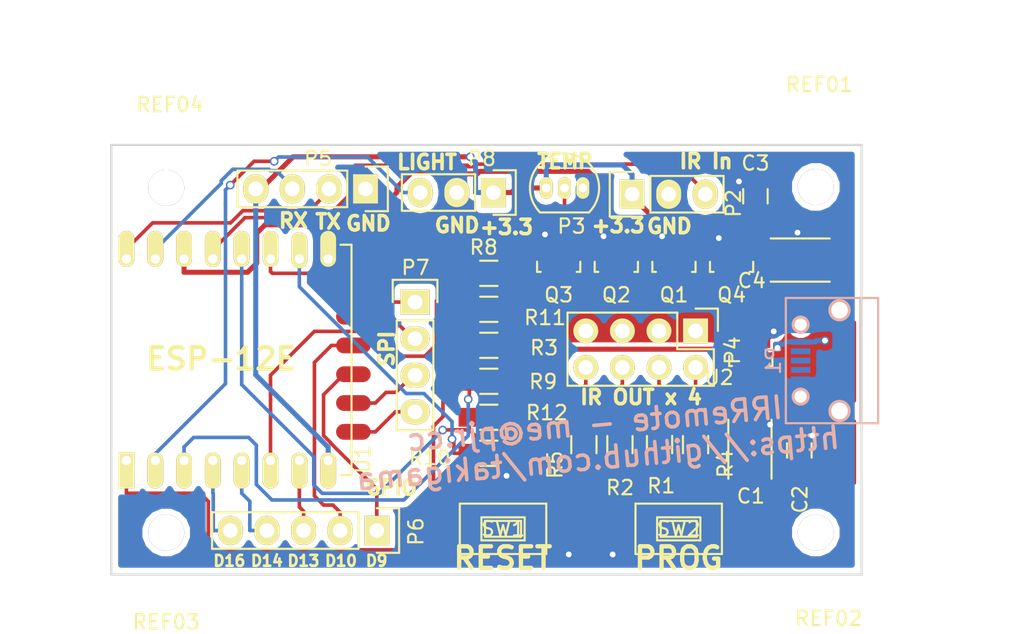
<source format=kicad_pcb>
(kicad_pcb (version 4) (host pcbnew 4.0.2+dfsg1-stable)

  (general
    (links 77)
    (no_connects 0)
    (area 89.666424 42.87 175.259 86.7)
    (thickness 1.6)
    (drawings 29)
    (tracks 376)
    (zones 0)
    (modules 34)
    (nets 29)
  )

  (page A4)
  (layers
    (0 F.Cu signal)
    (31 B.Cu signal)
    (32 B.Adhes user)
    (33 F.Adhes user)
    (34 B.Paste user)
    (35 F.Paste user)
    (36 B.SilkS user)
    (37 F.SilkS user)
    (38 B.Mask user)
    (39 F.Mask user)
    (40 Dwgs.User user)
    (41 Cmts.User user)
    (42 Eco1.User user)
    (43 Eco2.User user)
    (44 Edge.Cuts user)
    (45 Margin user)
    (46 B.CrtYd user)
    (47 F.CrtYd user)
    (48 B.Fab user hide)
    (49 F.Fab user hide)
  )

  (setup
    (last_trace_width 0.25)
    (user_trace_width 0.2)
    (user_trace_width 0.3)
    (user_trace_width 0.4)
    (user_trace_width 0.5)
    (user_trace_width 0.6)
    (user_trace_width 0.7)
    (user_trace_width 0.8)
    (user_trace_width 1)
    (trace_clearance 0.2)
    (zone_clearance 0.4)
    (zone_45_only no)
    (trace_min 0.2)
    (segment_width 0.2)
    (edge_width 0.15)
    (via_size 0.6)
    (via_drill 0.4)
    (via_min_size 0.4)
    (via_min_drill 0.3)
    (uvia_size 0.3)
    (uvia_drill 0.1)
    (uvias_allowed no)
    (uvia_min_size 0.2)
    (uvia_min_drill 0.1)
    (pcb_text_width 0.3)
    (pcb_text_size 1.5 1.5)
    (mod_edge_width 0.15)
    (mod_text_size 1 1)
    (mod_text_width 0.15)
    (pad_size 1.524 1.524)
    (pad_drill 0.762)
    (pad_to_mask_clearance 0.2)
    (aux_axis_origin 0 0)
    (visible_elements FFFFFF7F)
    (pcbplotparams
      (layerselection 0x00030_80000001)
      (usegerberextensions false)
      (excludeedgelayer true)
      (linewidth 0.100000)
      (plotframeref false)
      (viasonmask false)
      (mode 1)
      (useauxorigin false)
      (hpglpennumber 1)
      (hpglpenspeed 20)
      (hpglpendiameter 15)
      (hpglpenoverlay 2)
      (psnegative false)
      (psa4output false)
      (plotreference true)
      (plotvalue true)
      (plotinvisibletext false)
      (padsonsilk false)
      (subtractmaskfromsilk false)
      (outputformat 1)
      (mirror false)
      (drillshape 1)
      (scaleselection 1)
      (outputdirectory ""))
  )

  (net 0 "")
  (net 1 GND)
  (net 2 +5V)
  (net 3 +3V3)
  (net 4 IR_IN)
  (net 5 TEMP_READ)
  (net 6 LED_DR)
  (net 7 LED_DR_5)
  (net 8 "Net-(P4-Pad2)")
  (net 9 "Net-(P4-Pad4)")
  (net 10 "Net-(P4-Pad6)")
  (net 11 "Net-(P4-Pad8)")
  (net 12 RXD_UA_1)
  (net 13 TXD_UA_1)
  (net 14 "Net-(P6-Pad1)")
  (net 15 "Net-(P6-Pad2)")
  (net 16 "Net-(P6-Pad3)")
  (net 17 "Net-(P6-Pad4)")
  (net 18 "Net-(P6-Pad5)")
  (net 19 "Net-(P7-Pad1)")
  (net 20 "Net-(P7-Pad2)")
  (net 21 "Net-(P7-Pad3)")
  (net 22 "Net-(P7-Pad4)")
  (net 23 TEMT)
  (net 24 "Net-(R8-Pad1)")
  (net 25 "Net-(R9-Pad1)")
  (net 26 "Net-(R10-Pad2)")
  (net 27 "Net-(R11-Pad2)")
  (net 28 "Net-(R12-Pad2)")

  (net_class Default "This is the default net class."
    (clearance 0.2)
    (trace_width 0.25)
    (via_dia 0.6)
    (via_drill 0.4)
    (uvia_dia 0.3)
    (uvia_drill 0.1)
    (add_net IR_IN)
    (add_net "Net-(P4-Pad2)")
    (add_net "Net-(P4-Pad4)")
    (add_net "Net-(P4-Pad6)")
    (add_net "Net-(P4-Pad8)")
    (add_net "Net-(P6-Pad1)")
    (add_net "Net-(P6-Pad2)")
    (add_net "Net-(P6-Pad3)")
    (add_net "Net-(P6-Pad4)")
    (add_net "Net-(P6-Pad5)")
    (add_net "Net-(P7-Pad1)")
    (add_net "Net-(P7-Pad2)")
    (add_net "Net-(P7-Pad3)")
    (add_net "Net-(P7-Pad4)")
    (add_net "Net-(R10-Pad2)")
    (add_net "Net-(R11-Pad2)")
    (add_net "Net-(R12-Pad2)")
    (add_net "Net-(R8-Pad1)")
    (add_net "Net-(R9-Pad1)")
    (add_net RXD_UA_1)
    (add_net TEMP_READ)
    (add_net TEMT)
    (add_net TXD_UA_1)
  )

  (net_class 3v ""
    (clearance 0.2)
    (trace_width 0.35)
    (via_dia 0.6)
    (via_drill 0.4)
    (uvia_dia 0.3)
    (uvia_drill 0.1)
    (add_net +3V3)
    (add_net LED_DR)
  )

  (net_class 5v ""
    (clearance 0.2)
    (trace_width 0.35)
    (via_dia 0.6)
    (via_drill 0.4)
    (uvia_dia 0.3)
    (uvia_drill 0.1)
    (add_net +5V)
    (add_net LED_DR_5)
  )

  (net_class GND ""
    (clearance 0.2)
    (trace_width 0.35)
    (via_dia 0.6)
    (via_drill 0.4)
    (uvia_dia 0.3)
    (uvia_drill 0.1)
    (add_net GND)
  )

  (module Pin_Headers:Pin_Header_Straight_1x04 (layer F.Cu) (tedit 0) (tstamp 58C2D2CB)
    (at 129.032 63.5)
    (descr "Through hole pin header")
    (tags "pin header")
    (path /58C312F3)
    (fp_text reference P7 (at 0.032 -2.3965) (layer F.SilkS)
      (effects (font (size 1 1) (thickness 0.15)))
    )
    (fp_text value CONN_01X04 (at 0 -3.1) (layer F.Fab)
      (effects (font (size 1 1) (thickness 0.15)))
    )
    (fp_line (start -1.75 -1.75) (end -1.75 9.4) (layer F.CrtYd) (width 0.05))
    (fp_line (start 1.75 -1.75) (end 1.75 9.4) (layer F.CrtYd) (width 0.05))
    (fp_line (start -1.75 -1.75) (end 1.75 -1.75) (layer F.CrtYd) (width 0.05))
    (fp_line (start -1.75 9.4) (end 1.75 9.4) (layer F.CrtYd) (width 0.05))
    (fp_line (start -1.27 1.27) (end -1.27 8.89) (layer F.SilkS) (width 0.15))
    (fp_line (start 1.27 1.27) (end 1.27 8.89) (layer F.SilkS) (width 0.15))
    (fp_line (start 1.55 -1.55) (end 1.55 0) (layer F.SilkS) (width 0.15))
    (fp_line (start -1.27 8.89) (end 1.27 8.89) (layer F.SilkS) (width 0.15))
    (fp_line (start 1.27 1.27) (end -1.27 1.27) (layer F.SilkS) (width 0.15))
    (fp_line (start -1.55 0) (end -1.55 -1.55) (layer F.SilkS) (width 0.15))
    (fp_line (start -1.55 -1.55) (end 1.55 -1.55) (layer F.SilkS) (width 0.15))
    (pad 1 thru_hole rect (at 0 0) (size 2.032 1.7272) (drill 1.016) (layers *.Cu *.Mask F.SilkS)
      (net 19 "Net-(P7-Pad1)"))
    (pad 2 thru_hole oval (at 0 2.54) (size 2.032 1.7272) (drill 1.016) (layers *.Cu *.Mask F.SilkS)
      (net 20 "Net-(P7-Pad2)"))
    (pad 3 thru_hole oval (at 0 5.08) (size 2.032 1.7272) (drill 1.016) (layers *.Cu *.Mask F.SilkS)
      (net 21 "Net-(P7-Pad3)"))
    (pad 4 thru_hole oval (at 0 7.62) (size 2.032 1.7272) (drill 1.016) (layers *.Cu *.Mask F.SilkS)
      (net 22 "Net-(P7-Pad4)"))
    (model Pin_Headers.3dshapes/Pin_Header_Straight_1x04.wrl
      (at (xyz 0 -0.15 0))
      (scale (xyz 1 1 1))
      (rotate (xyz 0 0 90))
    )
  )

  (module ESP8266:ESP-12E (layer F.Cu) (tedit 559F8D21) (tstamp 58BC47B6)
    (at 109 74.5 90)
    (descr "Module, ESP-8266, ESP-12, 16 pad, SMD")
    (tags "Module ESP-8266 ESP8266")
    (path /58BC334B)
    (fp_text reference U1 (at 0.078 16.4125 90) (layer F.SilkS)
      (effects (font (size 1 1) (thickness 0.15)))
    )
    (fp_text value ESP-12E (at 8 1 90) (layer F.Fab)
      (effects (font (size 1 1) (thickness 0.15)))
    )
    (fp_line (start -2.25 -0.5) (end -2.25 -8.75) (layer F.CrtYd) (width 0.05))
    (fp_line (start -2.25 -8.75) (end 15.25 -8.75) (layer F.CrtYd) (width 0.05))
    (fp_line (start 15.25 -8.75) (end 16.25 -8.75) (layer F.CrtYd) (width 0.05))
    (fp_line (start 16.25 -8.75) (end 16.25 16) (layer F.CrtYd) (width 0.05))
    (fp_line (start 16.25 16) (end -2.25 16) (layer F.CrtYd) (width 0.05))
    (fp_line (start -2.25 16) (end -2.25 -0.5) (layer F.CrtYd) (width 0.05))
    (fp_line (start -1.016 -8.382) (end 14.986 -8.382) (layer F.CrtYd) (width 0.1524))
    (fp_line (start 14.986 -8.382) (end 14.986 -0.889) (layer F.CrtYd) (width 0.1524))
    (fp_line (start -1.016 -8.382) (end -1.016 -1.016) (layer F.CrtYd) (width 0.1524))
    (fp_line (start -1.016 14.859) (end -1.016 15.621) (layer F.SilkS) (width 0.1524))
    (fp_line (start -1.016 15.621) (end 14.986 15.621) (layer F.SilkS) (width 0.1524))
    (fp_line (start 14.986 15.621) (end 14.986 14.859) (layer F.SilkS) (width 0.1524))
    (fp_line (start 14.992 -8.4) (end -1.008 -2.6) (layer F.CrtYd) (width 0.1524))
    (fp_line (start -1.008 -8.4) (end 14.992 -2.6) (layer F.CrtYd) (width 0.1524))
    (fp_text user "No Copper" (at 6.892 -5.4 90) (layer F.CrtYd)
      (effects (font (size 1 1) (thickness 0.15)))
    )
    (fp_line (start -1.008 -2.6) (end 14.992 -2.6) (layer F.CrtYd) (width 0.1524))
    (fp_line (start 15 -8.4) (end 15 15.6) (layer F.Fab) (width 0.05))
    (fp_line (start 14.992 15.6) (end -1.008 15.6) (layer F.Fab) (width 0.05))
    (fp_line (start -1.008 15.6) (end -1.008 -8.4) (layer F.Fab) (width 0.05))
    (fp_line (start -1.008 -8.4) (end 14.992 -8.4) (layer F.Fab) (width 0.05))
    (pad 1 thru_hole rect (at 0 0 90) (size 2.5 1.1) (drill 0.65 (offset -0.7 0)) (layers *.Cu *.Mask F.SilkS)
      (net 24 "Net-(R8-Pad1)"))
    (pad 2 thru_hole oval (at 0 2 90) (size 2.5 1.1) (drill 0.65 (offset -0.7 0)) (layers *.Cu *.Mask F.SilkS)
      (net 23 TEMT))
    (pad 3 thru_hole oval (at 0 4 90) (size 2.5 1.1) (drill 0.65 (offset -0.7 0)) (layers *.Cu *.Mask F.SilkS)
      (net 25 "Net-(R9-Pad1)"))
    (pad 4 thru_hole oval (at 0 6 90) (size 2.5 1.1) (drill 0.65 (offset -0.7 0)) (layers *.Cu *.Mask F.SilkS)
      (net 18 "Net-(P6-Pad5)"))
    (pad 5 thru_hole oval (at 0 8 90) (size 2.5 1.1) (drill 0.65 (offset -0.7 0)) (layers *.Cu *.Mask F.SilkS)
      (net 17 "Net-(P6-Pad4)"))
    (pad 6 thru_hole oval (at 0 10 90) (size 2.5 1.1) (drill 0.65 (offset -0.7 0)) (layers *.Cu *.Mask F.SilkS)
      (net 5 TEMP_READ))
    (pad 7 thru_hole oval (at 0 12 90) (size 2.5 1.1) (drill 0.65 (offset -0.7 0)) (layers *.Cu *.Mask F.SilkS)
      (net 16 "Net-(P6-Pad3)"))
    (pad 8 thru_hole oval (at 0 14 90) (size 2.5 1.1) (drill 0.65 (offset -0.7 0)) (layers *.Cu *.Mask F.SilkS)
      (net 3 +3V3))
    (pad 9 smd oval (at 1.99 15.75 180) (size 2.4 1.1) (layers F.Cu F.Paste F.Mask)
      (net 22 "Net-(P7-Pad4)"))
    (pad 10 smd oval (at 3.99 15.75 180) (size 2.4 1.1) (layers F.Cu F.Paste F.Mask)
      (net 21 "Net-(P7-Pad3)"))
    (pad 11 smd oval (at 5.99 15.75 180) (size 2.4 1.1) (layers F.Cu F.Paste F.Mask)
      (net 14 "Net-(P6-Pad1)"))
    (pad 12 smd oval (at 7.99 15.75 180) (size 2.4 1.1) (layers F.Cu F.Paste F.Mask)
      (net 15 "Net-(P6-Pad2)"))
    (pad 13 smd oval (at 9.99 15.75 180) (size 2.4 1.1) (layers F.Cu F.Paste F.Mask)
      (net 20 "Net-(P7-Pad2)"))
    (pad 14 smd oval (at 11.99 15.75 180) (size 2.4 1.1) (layers F.Cu F.Paste F.Mask)
      (net 19 "Net-(P7-Pad1)"))
    (pad 15 thru_hole oval (at 14 14 90) (size 2.5 1.1) (drill 0.65 (offset 0.7 0)) (layers *.Cu *.Mask F.SilkS)
      (net 1 GND))
    (pad 16 thru_hole oval (at 14 12 90) (size 2.5 1.1) (drill 0.65 (offset 0.6 0)) (layers *.Cu *.Mask F.SilkS)
      (net 26 "Net-(R10-Pad2)"))
    (pad 17 thru_hole oval (at 14 10 90) (size 2.5 1.1) (drill 0.65 (offset 0.7 0)) (layers *.Cu *.Mask F.SilkS)
      (net 27 "Net-(R11-Pad2)"))
    (pad 18 thru_hole oval (at 14 8 90) (size 2.5 1.1) (drill 0.65 (offset 0.7 0)) (layers *.Cu *.Mask F.SilkS)
      (net 28 "Net-(R12-Pad2)"))
    (pad 19 thru_hole oval (at 14 6 90) (size 2.5 1.1) (drill 0.65 (offset 0.7 0)) (layers *.Cu *.Mask F.SilkS)
      (net 4 IR_IN))
    (pad 20 thru_hole oval (at 14 4 90) (size 2.5 1.1) (drill 0.65 (offset 0.7 0)) (layers *.Cu *.Mask F.SilkS)
      (net 6 LED_DR))
    (pad 21 thru_hole oval (at 14 2 90) (size 2.5 1.1) (drill 0.65 (offset 0.7 0)) (layers *.Cu *.Mask F.SilkS)
      (net 13 TXD_UA_1))
    (pad 22 thru_hole oval (at 14 0 90) (size 2.5 1.1) (drill 0.65 (offset 0.7 0)) (layers *.Cu *.Mask F.SilkS)
      (net 12 RXD_UA_1))
    (model ${ESPLIB}/ESP8266.3dshapes/ESP-12.wrl
      (at (xyz 0.04 0 0))
      (scale (xyz 0.3937 0.3937 0.3937))
      (rotate (xyz 0 0 0))
    )
  )

  (module Capacitors_SMD:C_0805 (layer F.Cu) (tedit 5415D6EA) (tstamp 58BC4749)
    (at 155.702 73.803 90)
    (descr "Capacitor SMD 0805, reflow soldering, AVX (see smccp.pdf)")
    (tags "capacitor 0805")
    (path /58BC35A8)
    (attr smd)
    (fp_text reference C2 (at -3.4 0.0451 90) (layer F.SilkS)
      (effects (font (size 1 1) (thickness 0.15)))
    )
    (fp_text value C (at 0 2.1 90) (layer F.Fab)
      (effects (font (size 1 1) (thickness 0.15)))
    )
    (fp_line (start -1.8 -1) (end 1.8 -1) (layer F.CrtYd) (width 0.05))
    (fp_line (start -1.8 1) (end 1.8 1) (layer F.CrtYd) (width 0.05))
    (fp_line (start -1.8 -1) (end -1.8 1) (layer F.CrtYd) (width 0.05))
    (fp_line (start 1.8 -1) (end 1.8 1) (layer F.CrtYd) (width 0.05))
    (fp_line (start 0.5 -0.85) (end -0.5 -0.85) (layer F.SilkS) (width 0.15))
    (fp_line (start -0.5 0.85) (end 0.5 0.85) (layer F.SilkS) (width 0.15))
    (pad 1 smd rect (at -1 0 90) (size 1 1.25) (layers F.Cu F.Paste F.Mask)
      (net 2 +5V))
    (pad 2 smd rect (at 1 0 90) (size 1 1.25) (layers F.Cu F.Paste F.Mask)
      (net 1 GND))
    (model Capacitors_SMD.3dshapes/C_0805.wrl
      (at (xyz 0 0 0))
      (scale (xyz 1 1 1))
      (rotate (xyz 0 0 0))
    )
  )

  (module Capacitors_SMD:C_0805 (layer F.Cu) (tedit 5415D6EA) (tstamp 58BC474F)
    (at 152.654 56.15 90)
    (descr "Capacitor SMD 0805, reflow soldering, AVX (see smccp.pdf)")
    (tags "capacitor 0805")
    (path /58BC366A)
    (attr smd)
    (fp_text reference C3 (at 2.302 0 180) (layer F.SilkS)
      (effects (font (size 1 1) (thickness 0.15)))
    )
    (fp_text value C (at 0 2.1 90) (layer F.Fab)
      (effects (font (size 1 1) (thickness 0.15)))
    )
    (fp_line (start -1.8 -1) (end 1.8 -1) (layer F.CrtYd) (width 0.05))
    (fp_line (start -1.8 1) (end 1.8 1) (layer F.CrtYd) (width 0.05))
    (fp_line (start -1.8 -1) (end -1.8 1) (layer F.CrtYd) (width 0.05))
    (fp_line (start 1.8 -1) (end 1.8 1) (layer F.CrtYd) (width 0.05))
    (fp_line (start 0.5 -0.85) (end -0.5 -0.85) (layer F.SilkS) (width 0.15))
    (fp_line (start -0.5 0.85) (end 0.5 0.85) (layer F.SilkS) (width 0.15))
    (pad 1 smd rect (at -1 0 90) (size 1 1.25) (layers F.Cu F.Paste F.Mask)
      (net 3 +3V3))
    (pad 2 smd rect (at 1 0 90) (size 1 1.25) (layers F.Cu F.Paste F.Mask)
      (net 1 GND))
    (model Capacitors_SMD.3dshapes/C_0805.wrl
      (at (xyz 0 0 0))
      (scale (xyz 1 1 1))
      (rotate (xyz 0 0 0))
    )
  )

  (module Pin_Headers:Pin_Header_Straight_1x03 (layer F.Cu) (tedit 0) (tstamp 58BC4775)
    (at 144.095 56.007 90)
    (descr "Through hole pin header")
    (tags "pin header")
    (path /58BC467C)
    (fp_text reference P2 (at -0.635 7.035 270) (layer F.SilkS)
      (effects (font (size 1 1) (thickness 0.15)))
    )
    (fp_text value TL1838_PINHEADER (at 0 -3.1 90) (layer F.Fab)
      (effects (font (size 1 1) (thickness 0.15)))
    )
    (fp_line (start -1.75 -1.75) (end -1.75 6.85) (layer F.CrtYd) (width 0.05))
    (fp_line (start 1.75 -1.75) (end 1.75 6.85) (layer F.CrtYd) (width 0.05))
    (fp_line (start -1.75 -1.75) (end 1.75 -1.75) (layer F.CrtYd) (width 0.05))
    (fp_line (start -1.75 6.85) (end 1.75 6.85) (layer F.CrtYd) (width 0.05))
    (fp_line (start -1.27 1.27) (end -1.27 6.35) (layer F.SilkS) (width 0.15))
    (fp_line (start -1.27 6.35) (end 1.27 6.35) (layer F.SilkS) (width 0.15))
    (fp_line (start 1.27 6.35) (end 1.27 1.27) (layer F.SilkS) (width 0.15))
    (fp_line (start 1.55 -1.55) (end 1.55 0) (layer F.SilkS) (width 0.15))
    (fp_line (start 1.27 1.27) (end -1.27 1.27) (layer F.SilkS) (width 0.15))
    (fp_line (start -1.55 0) (end -1.55 -1.55) (layer F.SilkS) (width 0.15))
    (fp_line (start -1.55 -1.55) (end 1.55 -1.55) (layer F.SilkS) (width 0.15))
    (pad 1 thru_hole rect (at 0 0 90) (size 2.032 1.7272) (drill 1.016) (layers *.Cu *.Mask F.SilkS)
      (net 3 +3V3))
    (pad 2 thru_hole oval (at 0 2.54 90) (size 2.032 1.7272) (drill 1.016) (layers *.Cu *.Mask F.SilkS)
      (net 1 GND))
    (pad 3 thru_hole oval (at 0 5.08 90) (size 2.032 1.7272) (drill 1.016) (layers *.Cu *.Mask F.SilkS)
      (net 4 IR_IN))
    (model Pin_Headers.3dshapes/Pin_Header_Straight_1x03.wrl
      (at (xyz 0 -0.1 0))
      (scale (xyz 1 1 1))
      (rotate (xyz 0 0 90))
    )
  )

  (module TO_SOT_Packages_SMD:SOT-23 (layer F.Cu) (tedit 553634F8) (tstamp 58BC4783)
    (at 147 60.7518 180)
    (descr "SOT-23, Standard")
    (tags SOT-23)
    (path /58C25AF4)
    (attr smd)
    (fp_text reference Q1 (at 0 -2.25 180) (layer F.SilkS)
      (effects (font (size 1 1) (thickness 0.15)))
    )
    (fp_text value "Q_NPN_BEC (MMBT2222ALT1G, 1459098 on E14)" (at 0 2.3 180) (layer F.Fab)
      (effects (font (size 1 1) (thickness 0.15)))
    )
    (fp_line (start -1.65 -1.6) (end 1.65 -1.6) (layer F.CrtYd) (width 0.05))
    (fp_line (start 1.65 -1.6) (end 1.65 1.6) (layer F.CrtYd) (width 0.05))
    (fp_line (start 1.65 1.6) (end -1.65 1.6) (layer F.CrtYd) (width 0.05))
    (fp_line (start -1.65 1.6) (end -1.65 -1.6) (layer F.CrtYd) (width 0.05))
    (fp_line (start 1.29916 -0.65024) (end 1.2509 -0.65024) (layer F.SilkS) (width 0.15))
    (fp_line (start -1.49982 0.0508) (end -1.49982 -0.65024) (layer F.SilkS) (width 0.15))
    (fp_line (start -1.49982 -0.65024) (end -1.2509 -0.65024) (layer F.SilkS) (width 0.15))
    (fp_line (start 1.29916 -0.65024) (end 1.49982 -0.65024) (layer F.SilkS) (width 0.15))
    (fp_line (start 1.49982 -0.65024) (end 1.49982 0.0508) (layer F.SilkS) (width 0.15))
    (pad 1 smd rect (at -0.95 1.00076 180) (size 0.8001 0.8001) (layers F.Cu F.Paste F.Mask)
      (net 6 LED_DR))
    (pad 2 smd rect (at 0.95 1.00076 180) (size 0.8001 0.8001) (layers F.Cu F.Paste F.Mask)
      (net 1 GND))
    (pad 3 smd rect (at 0 -0.99822 180) (size 0.8001 0.8001) (layers F.Cu F.Paste F.Mask)
      (net 7 LED_DR_5))
    (model TO_SOT_Packages_SMD.3dshapes/SOT-23.wrl
      (at (xyz 0 0 0))
      (scale (xyz 1 1 1))
      (rotate (xyz 0 0 0))
    )
  )

  (module TO_SOT_Packages_SMD:SOT-23 (layer F.Cu) (tedit 553634F8) (tstamp 58BC478A)
    (at 143 60.75 180)
    (descr "SOT-23, Standard")
    (tags SOT-23)
    (path /58BC4E69)
    (attr smd)
    (fp_text reference Q2 (at 0 -2.25 180) (layer F.SilkS)
      (effects (font (size 1 1) (thickness 0.15)))
    )
    (fp_text value "Q_NPN_BEC (MMBT2222ALT1G, 1459098 on E14)" (at 0 2.3 180) (layer F.Fab)
      (effects (font (size 1 1) (thickness 0.15)))
    )
    (fp_line (start -1.65 -1.6) (end 1.65 -1.6) (layer F.CrtYd) (width 0.05))
    (fp_line (start 1.65 -1.6) (end 1.65 1.6) (layer F.CrtYd) (width 0.05))
    (fp_line (start 1.65 1.6) (end -1.65 1.6) (layer F.CrtYd) (width 0.05))
    (fp_line (start -1.65 1.6) (end -1.65 -1.6) (layer F.CrtYd) (width 0.05))
    (fp_line (start 1.29916 -0.65024) (end 1.2509 -0.65024) (layer F.SilkS) (width 0.15))
    (fp_line (start -1.49982 0.0508) (end -1.49982 -0.65024) (layer F.SilkS) (width 0.15))
    (fp_line (start -1.49982 -0.65024) (end -1.2509 -0.65024) (layer F.SilkS) (width 0.15))
    (fp_line (start 1.29916 -0.65024) (end 1.49982 -0.65024) (layer F.SilkS) (width 0.15))
    (fp_line (start 1.49982 -0.65024) (end 1.49982 0.0508) (layer F.SilkS) (width 0.15))
    (pad 1 smd rect (at -0.95 1.00076 180) (size 0.8001 0.8001) (layers F.Cu F.Paste F.Mask)
      (net 6 LED_DR))
    (pad 2 smd rect (at 0.95 1.00076 180) (size 0.8001 0.8001) (layers F.Cu F.Paste F.Mask)
      (net 1 GND))
    (pad 3 smd rect (at 0 -0.99822 180) (size 0.8001 0.8001) (layers F.Cu F.Paste F.Mask)
      (net 7 LED_DR_5))
    (model TO_SOT_Packages_SMD.3dshapes/SOT-23.wrl
      (at (xyz 0 0 0))
      (scale (xyz 1 1 1))
      (rotate (xyz 0 0 0))
    )
  )

  (module Resistors_SMD:R_0805_HandSoldering (layer F.Cu) (tedit 54189DEE) (tstamp 58BC4790)
    (at 146 73.4 90)
    (descr "Resistor SMD 0805, hand soldering")
    (tags "resistor 0805")
    (path /58BC435D)
    (attr smd)
    (fp_text reference R1 (at -2.8635 0.1135 180) (layer F.SilkS)
      (effects (font (size 1 1) (thickness 0.15)))
    )
    (fp_text value 25 (at 0 2.1 90) (layer F.Fab)
      (effects (font (size 1 1) (thickness 0.15)))
    )
    (fp_line (start -2.4 -1) (end 2.4 -1) (layer F.CrtYd) (width 0.05))
    (fp_line (start -2.4 1) (end 2.4 1) (layer F.CrtYd) (width 0.05))
    (fp_line (start -2.4 -1) (end -2.4 1) (layer F.CrtYd) (width 0.05))
    (fp_line (start 2.4 -1) (end 2.4 1) (layer F.CrtYd) (width 0.05))
    (fp_line (start 0.6 0.875) (end -0.6 0.875) (layer F.SilkS) (width 0.15))
    (fp_line (start -0.6 -0.875) (end 0.6 -0.875) (layer F.SilkS) (width 0.15))
    (pad 1 smd rect (at -1.35 0 90) (size 1.5 1.3) (layers F.Cu F.Paste F.Mask)
      (net 2 +5V))
    (pad 2 smd rect (at 1.35 0 90) (size 1.5 1.3) (layers F.Cu F.Paste F.Mask)
      (net 9 "Net-(P4-Pad4)"))
    (model Resistors_SMD.3dshapes/R_0805_HandSoldering.wrl
      (at (xyz 0 0 0))
      (scale (xyz 1 1 1))
      (rotate (xyz 0 0 0))
    )
  )

  (module Resistors_SMD:R_0805_HandSoldering (layer F.Cu) (tedit 54189DEE) (tstamp 58BC4796)
    (at 143.25 73.4 90)
    (descr "Resistor SMD 0805, hand soldering")
    (tags "resistor 0805")
    (path /58BC4E75)
    (attr smd)
    (fp_text reference R2 (at -2.9905 0.006 180) (layer F.SilkS)
      (effects (font (size 1 1) (thickness 0.15)))
    )
    (fp_text value 25 (at 0 2.1 90) (layer F.Fab)
      (effects (font (size 1 1) (thickness 0.15)))
    )
    (fp_line (start -2.4 -1) (end 2.4 -1) (layer F.CrtYd) (width 0.05))
    (fp_line (start -2.4 1) (end 2.4 1) (layer F.CrtYd) (width 0.05))
    (fp_line (start -2.4 -1) (end -2.4 1) (layer F.CrtYd) (width 0.05))
    (fp_line (start 2.4 -1) (end 2.4 1) (layer F.CrtYd) (width 0.05))
    (fp_line (start 0.6 0.875) (end -0.6 0.875) (layer F.SilkS) (width 0.15))
    (fp_line (start -0.6 -0.875) (end 0.6 -0.875) (layer F.SilkS) (width 0.15))
    (pad 1 smd rect (at -1.35 0 90) (size 1.5 1.3) (layers F.Cu F.Paste F.Mask)
      (net 2 +5V))
    (pad 2 smd rect (at 1.35 0 90) (size 1.5 1.3) (layers F.Cu F.Paste F.Mask)
      (net 10 "Net-(P4-Pad6)"))
    (model Resistors_SMD.3dshapes/R_0805_HandSoldering.wrl
      (at (xyz 0 0 0))
      (scale (xyz 1 1 1))
      (rotate (xyz 0 0 0))
    )
  )

  (module Resistors_SMD:R_0805_HandSoldering (layer F.Cu) (tedit 54189DEE) (tstamp 58BC479C)
    (at 134.15 66.5)
    (descr "Resistor SMD 0805, hand soldering")
    (tags "resistor 0805")
    (path /58BC5859)
    (attr smd)
    (fp_text reference R3 (at 3.8355 0.175) (layer F.SilkS)
      (effects (font (size 1 1) (thickness 0.15)))
    )
    (fp_text value 4.7k (at 0 2.1) (layer F.Fab)
      (effects (font (size 1 1) (thickness 0.15)))
    )
    (fp_line (start -2.4 -1) (end 2.4 -1) (layer F.CrtYd) (width 0.05))
    (fp_line (start -2.4 1) (end 2.4 1) (layer F.CrtYd) (width 0.05))
    (fp_line (start -2.4 -1) (end -2.4 1) (layer F.CrtYd) (width 0.05))
    (fp_line (start 2.4 -1) (end 2.4 1) (layer F.CrtYd) (width 0.05))
    (fp_line (start 0.6 0.875) (end -0.6 0.875) (layer F.SilkS) (width 0.15))
    (fp_line (start -0.6 -0.875) (end 0.6 -0.875) (layer F.SilkS) (width 0.15))
    (pad 1 smd rect (at -1.35 0) (size 1.5 1.3) (layers F.Cu F.Paste F.Mask)
      (net 5 TEMP_READ))
    (pad 2 smd rect (at 1.35 0) (size 1.5 1.3) (layers F.Cu F.Paste F.Mask)
      (net 3 +3V3))
    (model Resistors_SMD.3dshapes/R_0805_HandSoldering.wrl
      (at (xyz 0 0 0))
      (scale (xyz 1 1 1))
      (rotate (xyz 0 0 0))
    )
  )

  (module TO_SOT_Packages_SMD:SOT-23_Handsoldering (layer F.Cu) (tedit 54E9291B) (tstamp 58BC47BD)
    (at 152.334 67.2871 180)
    (descr "SOT-23, Handsoldering")
    (tags SOT-23)
    (path /58BC33EF)
    (attr smd)
    (fp_text reference U2 (at 2.1935 -1.4502 180) (layer F.SilkS)
      (effects (font (size 1 1) (thickness 0.15)))
    )
    (fp_text value AP1117 (at 0 3.81 180) (layer F.Fab)
      (effects (font (size 1 1) (thickness 0.15)))
    )
    (fp_line (start -1.49982 0.0508) (end -1.49982 -0.65024) (layer F.SilkS) (width 0.15))
    (fp_line (start -1.49982 -0.65024) (end -1.2509 -0.65024) (layer F.SilkS) (width 0.15))
    (fp_line (start 1.29916 -0.65024) (end 1.49982 -0.65024) (layer F.SilkS) (width 0.15))
    (fp_line (start 1.49982 -0.65024) (end 1.49982 0.0508) (layer F.SilkS) (width 0.15))
    (pad 1 smd rect (at -0.95 1.50114 180) (size 0.8001 1.80086) (layers F.Cu F.Paste F.Mask)
      (net 1 GND))
    (pad 2 smd rect (at 0.95 1.50114 180) (size 0.8001 1.80086) (layers F.Cu F.Paste F.Mask)
      (net 3 +3V3))
    (pad 3 smd rect (at 0 -1.50114 180) (size 0.8001 1.80086) (layers F.Cu F.Paste F.Mask)
      (net 2 +5V))
    (model TO_SOT_Packages_SMD.3dshapes/SOT-23_Handsoldering.wrl
      (at (xyz 0 0 0))
      (scale (xyz 1 1 1))
      (rotate (xyz 0 0 0))
    )
  )

  (module TO_SOT_Packages_THT:TO-92_Inline_Narrow_Oval (layer F.Cu) (tedit 54F24281) (tstamp 58BC48AD)
    (at 138.135 55.5715)
    (descr "TO-92 leads in-line, narrow, oval pads, drill 0.6mm (see NXP sot054_po.pdf)")
    (tags "to-92 sc-43 sc-43a sot54 PA33 transistor")
    (path /58BC52EE)
    (fp_text reference P3 (at 1.7555 2.658) (layer F.SilkS)
      (effects (font (size 1 1) (thickness 0.15)))
    )
    (fp_text value DS18B20_PINHEADER_TO92 (at 0 3) (layer F.Fab)
      (effects (font (size 1 1) (thickness 0.15)))
    )
    (fp_line (start -1.4 1.95) (end -1.4 -2.65) (layer F.CrtYd) (width 0.05))
    (fp_line (start -1.4 1.95) (end 3.95 1.95) (layer F.CrtYd) (width 0.05))
    (fp_line (start -0.43 1.7) (end 2.97 1.7) (layer F.SilkS) (width 0.15))
    (fp_arc (start 1.27 0) (end 1.27 -2.4) (angle -135) (layer F.SilkS) (width 0.15))
    (fp_arc (start 1.27 0) (end 1.27 -2.4) (angle 135) (layer F.SilkS) (width 0.15))
    (fp_line (start -1.4 -2.65) (end 3.95 -2.65) (layer F.CrtYd) (width 0.05))
    (fp_line (start 3.95 1.95) (end 3.95 -2.65) (layer F.CrtYd) (width 0.05))
    (pad 2 thru_hole oval (at 1.27 0 180) (size 0.89916 1.50114) (drill 0.6) (layers *.Cu *.Mask F.SilkS)
      (net 5 TEMP_READ))
    (pad 3 thru_hole oval (at 2.54 0 180) (size 0.89916 1.50114) (drill 0.6) (layers *.Cu *.Mask F.SilkS)
      (net 1 GND))
    (pad 1 thru_hole oval (at 0 0 180) (size 0.89916 1.50114) (drill 0.6) (layers *.Cu *.Mask F.SilkS)
      (net 3 +3V3))
    (model TO_SOT_Packages_THT.3dshapes/TO-92_Inline_Narrow_Oval.wrl
      (at (xyz 0.05 0 0))
      (scale (xyz 1 1 1))
      (rotate (xyz 0 0 -90))
    )
  )

  (module TO_SOT_Packages_SMD:SOT-23 (layer F.Cu) (tedit 553634F8) (tstamp 58C222E6)
    (at 139 60.75 180)
    (descr "SOT-23, Standard")
    (tags SOT-23)
    (path /58C25C16)
    (attr smd)
    (fp_text reference Q3 (at 0 -2.25 180) (layer F.SilkS)
      (effects (font (size 1 1) (thickness 0.15)))
    )
    (fp_text value "Q_NPN_BEC (MMBT2222ALT1G, 1459098 on E14)" (at 0 2.3 180) (layer F.Fab)
      (effects (font (size 1 1) (thickness 0.15)))
    )
    (fp_line (start -1.65 -1.6) (end 1.65 -1.6) (layer F.CrtYd) (width 0.05))
    (fp_line (start 1.65 -1.6) (end 1.65 1.6) (layer F.CrtYd) (width 0.05))
    (fp_line (start 1.65 1.6) (end -1.65 1.6) (layer F.CrtYd) (width 0.05))
    (fp_line (start -1.65 1.6) (end -1.65 -1.6) (layer F.CrtYd) (width 0.05))
    (fp_line (start 1.29916 -0.65024) (end 1.2509 -0.65024) (layer F.SilkS) (width 0.15))
    (fp_line (start -1.49982 0.0508) (end -1.49982 -0.65024) (layer F.SilkS) (width 0.15))
    (fp_line (start -1.49982 -0.65024) (end -1.2509 -0.65024) (layer F.SilkS) (width 0.15))
    (fp_line (start 1.29916 -0.65024) (end 1.49982 -0.65024) (layer F.SilkS) (width 0.15))
    (fp_line (start 1.49982 -0.65024) (end 1.49982 0.0508) (layer F.SilkS) (width 0.15))
    (pad 1 smd rect (at -0.95 1.00076 180) (size 0.8001 0.8001) (layers F.Cu F.Paste F.Mask)
      (net 6 LED_DR))
    (pad 2 smd rect (at 0.95 1.00076 180) (size 0.8001 0.8001) (layers F.Cu F.Paste F.Mask)
      (net 1 GND))
    (pad 3 smd rect (at 0 -0.99822 180) (size 0.8001 0.8001) (layers F.Cu F.Paste F.Mask)
      (net 7 LED_DR_5))
    (model TO_SOT_Packages_SMD.3dshapes/SOT-23.wrl
      (at (xyz 0 0 0))
      (scale (xyz 1 1 1))
      (rotate (xyz 0 0 0))
    )
  )

  (module TO_SOT_Packages_SMD:SOT-23 (layer F.Cu) (tedit 553634F8) (tstamp 58C222ED)
    (at 151 60.7518 180)
    (descr "SOT-23, Standard")
    (tags SOT-23)
    (path /58C25C76)
    (attr smd)
    (fp_text reference Q4 (at 0 -2.25 180) (layer F.SilkS)
      (effects (font (size 1 1) (thickness 0.15)))
    )
    (fp_text value "Q_NPN_BEC (MMBT2222ALT1G, 1459098 on E14)" (at 0 2.3 180) (layer F.Fab)
      (effects (font (size 1 1) (thickness 0.15)))
    )
    (fp_line (start -1.65 -1.6) (end 1.65 -1.6) (layer F.CrtYd) (width 0.05))
    (fp_line (start 1.65 -1.6) (end 1.65 1.6) (layer F.CrtYd) (width 0.05))
    (fp_line (start 1.65 1.6) (end -1.65 1.6) (layer F.CrtYd) (width 0.05))
    (fp_line (start -1.65 1.6) (end -1.65 -1.6) (layer F.CrtYd) (width 0.05))
    (fp_line (start 1.29916 -0.65024) (end 1.2509 -0.65024) (layer F.SilkS) (width 0.15))
    (fp_line (start -1.49982 0.0508) (end -1.49982 -0.65024) (layer F.SilkS) (width 0.15))
    (fp_line (start -1.49982 -0.65024) (end -1.2509 -0.65024) (layer F.SilkS) (width 0.15))
    (fp_line (start 1.29916 -0.65024) (end 1.49982 -0.65024) (layer F.SilkS) (width 0.15))
    (fp_line (start 1.49982 -0.65024) (end 1.49982 0.0508) (layer F.SilkS) (width 0.15))
    (pad 1 smd rect (at -0.95 1.00076 180) (size 0.8001 0.8001) (layers F.Cu F.Paste F.Mask)
      (net 6 LED_DR))
    (pad 2 smd rect (at 0.95 1.00076 180) (size 0.8001 0.8001) (layers F.Cu F.Paste F.Mask)
      (net 1 GND))
    (pad 3 smd rect (at 0 -0.99822 180) (size 0.8001 0.8001) (layers F.Cu F.Paste F.Mask)
      (net 7 LED_DR_5))
    (model TO_SOT_Packages_SMD.3dshapes/SOT-23.wrl
      (at (xyz 0 0 0))
      (scale (xyz 1 1 1))
      (rotate (xyz 0 0 0))
    )
  )

  (module Resistors_SMD:R_0805_HandSoldering (layer F.Cu) (tedit 54189DEE) (tstamp 58C222F3)
    (at 148.5 73.4 90)
    (descr "Resistor SMD 0805, hand soldering")
    (tags "resistor 0805")
    (path /58C22194)
    (attr smd)
    (fp_text reference R4 (at -1.3395 2.0585 90) (layer F.SilkS)
      (effects (font (size 1 1) (thickness 0.15)))
    )
    (fp_text value 25 (at 0 2.1 90) (layer F.Fab)
      (effects (font (size 1 1) (thickness 0.15)))
    )
    (fp_line (start -2.4 -1) (end 2.4 -1) (layer F.CrtYd) (width 0.05))
    (fp_line (start -2.4 1) (end 2.4 1) (layer F.CrtYd) (width 0.05))
    (fp_line (start -2.4 -1) (end -2.4 1) (layer F.CrtYd) (width 0.05))
    (fp_line (start 2.4 -1) (end 2.4 1) (layer F.CrtYd) (width 0.05))
    (fp_line (start 0.6 0.875) (end -0.6 0.875) (layer F.SilkS) (width 0.15))
    (fp_line (start -0.6 -0.875) (end 0.6 -0.875) (layer F.SilkS) (width 0.15))
    (pad 1 smd rect (at -1.35 0 90) (size 1.5 1.3) (layers F.Cu F.Paste F.Mask)
      (net 2 +5V))
    (pad 2 smd rect (at 1.35 0 90) (size 1.5 1.3) (layers F.Cu F.Paste F.Mask)
      (net 8 "Net-(P4-Pad2)"))
    (model Resistors_SMD.3dshapes/R_0805_HandSoldering.wrl
      (at (xyz 0 0 0))
      (scale (xyz 1 1 1))
      (rotate (xyz 0 0 0))
    )
  )

  (module Resistors_SMD:R_0805_HandSoldering (layer F.Cu) (tedit 54189DEE) (tstamp 58C222F9)
    (at 140.75 73.4 90)
    (descr "Resistor SMD 0805, hand soldering")
    (tags "resistor 0805")
    (path /58C2225F)
    (attr smd)
    (fp_text reference R5 (at -1.403 -2.0025 90) (layer F.SilkS)
      (effects (font (size 1 1) (thickness 0.15)))
    )
    (fp_text value 25 (at 0 2.1 90) (layer F.Fab)
      (effects (font (size 1 1) (thickness 0.15)))
    )
    (fp_line (start -2.4 -1) (end 2.4 -1) (layer F.CrtYd) (width 0.05))
    (fp_line (start -2.4 1) (end 2.4 1) (layer F.CrtYd) (width 0.05))
    (fp_line (start -2.4 -1) (end -2.4 1) (layer F.CrtYd) (width 0.05))
    (fp_line (start 2.4 -1) (end 2.4 1) (layer F.CrtYd) (width 0.05))
    (fp_line (start 0.6 0.875) (end -0.6 0.875) (layer F.SilkS) (width 0.15))
    (fp_line (start -0.6 -0.875) (end 0.6 -0.875) (layer F.SilkS) (width 0.15))
    (pad 1 smd rect (at -1.35 0 90) (size 1.5 1.3) (layers F.Cu F.Paste F.Mask)
      (net 2 +5V))
    (pad 2 smd rect (at 1.35 0 90) (size 1.5 1.3) (layers F.Cu F.Paste F.Mask)
      (net 11 "Net-(P4-Pad8)"))
    (model Resistors_SMD.3dshapes/R_0805_HandSoldering.wrl
      (at (xyz 0 0 0))
      (scale (xyz 1 1 1))
      (rotate (xyz 0 0 0))
    )
  )

  (module Pin_Headers:Pin_Header_Straight_2x04 (layer F.Cu) (tedit 0) (tstamp 58C2D2B2)
    (at 148.5 65.5 270)
    (descr "Through hole pin header")
    (tags "pin header")
    (path /58C250C9)
    (fp_text reference P4 (at 1.3655 -2.5665 270) (layer F.SilkS)
      (effects (font (size 1 1) (thickness 0.15)))
    )
    (fp_text value CONN_02X04 (at 0 -3.1 270) (layer F.Fab)
      (effects (font (size 1 1) (thickness 0.15)))
    )
    (fp_line (start -1.75 -1.75) (end -1.75 9.4) (layer F.CrtYd) (width 0.05))
    (fp_line (start 4.3 -1.75) (end 4.3 9.4) (layer F.CrtYd) (width 0.05))
    (fp_line (start -1.75 -1.75) (end 4.3 -1.75) (layer F.CrtYd) (width 0.05))
    (fp_line (start -1.75 9.4) (end 4.3 9.4) (layer F.CrtYd) (width 0.05))
    (fp_line (start -1.27 1.27) (end -1.27 8.89) (layer F.SilkS) (width 0.15))
    (fp_line (start -1.27 8.89) (end 3.81 8.89) (layer F.SilkS) (width 0.15))
    (fp_line (start 3.81 8.89) (end 3.81 -1.27) (layer F.SilkS) (width 0.15))
    (fp_line (start 3.81 -1.27) (end 1.27 -1.27) (layer F.SilkS) (width 0.15))
    (fp_line (start 0 -1.55) (end -1.55 -1.55) (layer F.SilkS) (width 0.15))
    (fp_line (start 1.27 -1.27) (end 1.27 1.27) (layer F.SilkS) (width 0.15))
    (fp_line (start 1.27 1.27) (end -1.27 1.27) (layer F.SilkS) (width 0.15))
    (fp_line (start -1.55 -1.55) (end -1.55 0) (layer F.SilkS) (width 0.15))
    (pad 1 thru_hole rect (at 0 0 270) (size 1.7272 1.7272) (drill 1.016) (layers *.Cu *.Mask F.SilkS)
      (net 7 LED_DR_5))
    (pad 2 thru_hole oval (at 2.54 0 270) (size 1.7272 1.7272) (drill 1.016) (layers *.Cu *.Mask F.SilkS)
      (net 8 "Net-(P4-Pad2)"))
    (pad 3 thru_hole oval (at 0 2.54 270) (size 1.7272 1.7272) (drill 1.016) (layers *.Cu *.Mask F.SilkS)
      (net 7 LED_DR_5))
    (pad 4 thru_hole oval (at 2.54 2.54 270) (size 1.7272 1.7272) (drill 1.016) (layers *.Cu *.Mask F.SilkS)
      (net 9 "Net-(P4-Pad4)"))
    (pad 5 thru_hole oval (at 0 5.08 270) (size 1.7272 1.7272) (drill 1.016) (layers *.Cu *.Mask F.SilkS)
      (net 7 LED_DR_5))
    (pad 6 thru_hole oval (at 2.54 5.08 270) (size 1.7272 1.7272) (drill 1.016) (layers *.Cu *.Mask F.SilkS)
      (net 10 "Net-(P4-Pad6)"))
    (pad 7 thru_hole oval (at 0 7.62 270) (size 1.7272 1.7272) (drill 1.016) (layers *.Cu *.Mask F.SilkS)
      (net 7 LED_DR_5))
    (pad 8 thru_hole oval (at 2.54 7.62 270) (size 1.7272 1.7272) (drill 1.016) (layers *.Cu *.Mask F.SilkS)
      (net 11 "Net-(P4-Pad8)"))
    (model Pin_Headers.3dshapes/Pin_Header_Straight_2x04.wrl
      (at (xyz 0.05 -0.15 0))
      (scale (xyz 1 1 1))
      (rotate (xyz 0 0 90))
    )
  )

  (module Pin_Headers:Pin_Header_Straight_1x04 (layer F.Cu) (tedit 0) (tstamp 58C2D2BA)
    (at 125.594 55.635 270)
    (descr "Through hole pin header")
    (tags "pin header")
    (path /58C2D4F6)
    (fp_text reference P5 (at -2.1045 3.2935 360) (layer F.SilkS)
      (effects (font (size 1 1) (thickness 0.15)))
    )
    (fp_text value CONN_01X04 (at 0 -3.1 270) (layer F.Fab)
      (effects (font (size 1 1) (thickness 0.15)))
    )
    (fp_line (start -1.75 -1.75) (end -1.75 9.4) (layer F.CrtYd) (width 0.05))
    (fp_line (start 1.75 -1.75) (end 1.75 9.4) (layer F.CrtYd) (width 0.05))
    (fp_line (start -1.75 -1.75) (end 1.75 -1.75) (layer F.CrtYd) (width 0.05))
    (fp_line (start -1.75 9.4) (end 1.75 9.4) (layer F.CrtYd) (width 0.05))
    (fp_line (start -1.27 1.27) (end -1.27 8.89) (layer F.SilkS) (width 0.15))
    (fp_line (start 1.27 1.27) (end 1.27 8.89) (layer F.SilkS) (width 0.15))
    (fp_line (start 1.55 -1.55) (end 1.55 0) (layer F.SilkS) (width 0.15))
    (fp_line (start -1.27 8.89) (end 1.27 8.89) (layer F.SilkS) (width 0.15))
    (fp_line (start 1.27 1.27) (end -1.27 1.27) (layer F.SilkS) (width 0.15))
    (fp_line (start -1.55 0) (end -1.55 -1.55) (layer F.SilkS) (width 0.15))
    (fp_line (start -1.55 -1.55) (end 1.55 -1.55) (layer F.SilkS) (width 0.15))
    (pad 1 thru_hole rect (at 0 0 270) (size 2.032 1.7272) (drill 1.016) (layers *.Cu *.Mask F.SilkS)
      (net 1 GND))
    (pad 2 thru_hole oval (at 0 2.54 270) (size 2.032 1.7272) (drill 1.016) (layers *.Cu *.Mask F.SilkS)
      (net 12 RXD_UA_1))
    (pad 3 thru_hole oval (at 0 5.08 270) (size 2.032 1.7272) (drill 1.016) (layers *.Cu *.Mask F.SilkS)
      (net 13 TXD_UA_1))
    (pad 4 thru_hole oval (at 0 7.62 270) (size 2.032 1.7272) (drill 1.016) (layers *.Cu *.Mask F.SilkS)
      (net 3 +3V3))
    (model Pin_Headers.3dshapes/Pin_Header_Straight_1x04.wrl
      (at (xyz 0 -0.15 0))
      (scale (xyz 1 1 1))
      (rotate (xyz 0 0 90))
    )
  )

  (module Pin_Headers:Pin_Header_Straight_1x05 (layer F.Cu) (tedit 54EA0684) (tstamp 58C2D2C3)
    (at 126.374 79.365 270)
    (descr "Through hole pin header")
    (tags "pin header")
    (path /58C3191F)
    (fp_text reference P6 (at 0.0735 -2.722 270) (layer F.SilkS)
      (effects (font (size 1 1) (thickness 0.15)))
    )
    (fp_text value CONN_01X05 (at 0 -3.1 270) (layer F.Fab)
      (effects (font (size 1 1) (thickness 0.15)))
    )
    (fp_line (start -1.55 0) (end -1.55 -1.55) (layer F.SilkS) (width 0.15))
    (fp_line (start -1.55 -1.55) (end 1.55 -1.55) (layer F.SilkS) (width 0.15))
    (fp_line (start 1.55 -1.55) (end 1.55 0) (layer F.SilkS) (width 0.15))
    (fp_line (start -1.75 -1.75) (end -1.75 11.95) (layer F.CrtYd) (width 0.05))
    (fp_line (start 1.75 -1.75) (end 1.75 11.95) (layer F.CrtYd) (width 0.05))
    (fp_line (start -1.75 -1.75) (end 1.75 -1.75) (layer F.CrtYd) (width 0.05))
    (fp_line (start -1.75 11.95) (end 1.75 11.95) (layer F.CrtYd) (width 0.05))
    (fp_line (start 1.27 1.27) (end 1.27 11.43) (layer F.SilkS) (width 0.15))
    (fp_line (start 1.27 11.43) (end -1.27 11.43) (layer F.SilkS) (width 0.15))
    (fp_line (start -1.27 11.43) (end -1.27 1.27) (layer F.SilkS) (width 0.15))
    (fp_line (start 1.27 1.27) (end -1.27 1.27) (layer F.SilkS) (width 0.15))
    (pad 1 thru_hole rect (at 0 0 270) (size 2.032 1.7272) (drill 1.016) (layers *.Cu *.Mask F.SilkS)
      (net 14 "Net-(P6-Pad1)"))
    (pad 2 thru_hole oval (at 0 2.54 270) (size 2.032 1.7272) (drill 1.016) (layers *.Cu *.Mask F.SilkS)
      (net 15 "Net-(P6-Pad2)"))
    (pad 3 thru_hole oval (at 0 5.08 270) (size 2.032 1.7272) (drill 1.016) (layers *.Cu *.Mask F.SilkS)
      (net 16 "Net-(P6-Pad3)"))
    (pad 4 thru_hole oval (at 0 7.62 270) (size 2.032 1.7272) (drill 1.016) (layers *.Cu *.Mask F.SilkS)
      (net 17 "Net-(P6-Pad4)"))
    (pad 5 thru_hole oval (at 0 10.16 270) (size 2.032 1.7272) (drill 1.016) (layers *.Cu *.Mask F.SilkS)
      (net 18 "Net-(P6-Pad5)"))
    (model Pin_Headers.3dshapes/Pin_Header_Straight_1x05.wrl
      (at (xyz 0 -0.2 0))
      (scale (xyz 1 1 1))
      (rotate (xyz 0 0 90))
    )
  )

  (module Pin_Headers:Pin_Header_Straight_1x03 (layer F.Cu) (tedit 0) (tstamp 58C2D2D2)
    (at 134.47 55.889 270)
    (descr "Through hole pin header")
    (tags "pin header")
    (path /58C30AF4)
    (fp_text reference P8 (at -2.3585 0.8025 360) (layer F.SilkS)
      (effects (font (size 1 1) (thickness 0.15)))
    )
    (fp_text value TEMP6000 (at 0 -3.1 270) (layer F.Fab)
      (effects (font (size 1 1) (thickness 0.15)))
    )
    (fp_line (start -1.75 -1.75) (end -1.75 6.85) (layer F.CrtYd) (width 0.05))
    (fp_line (start 1.75 -1.75) (end 1.75 6.85) (layer F.CrtYd) (width 0.05))
    (fp_line (start -1.75 -1.75) (end 1.75 -1.75) (layer F.CrtYd) (width 0.05))
    (fp_line (start -1.75 6.85) (end 1.75 6.85) (layer F.CrtYd) (width 0.05))
    (fp_line (start -1.27 1.27) (end -1.27 6.35) (layer F.SilkS) (width 0.15))
    (fp_line (start -1.27 6.35) (end 1.27 6.35) (layer F.SilkS) (width 0.15))
    (fp_line (start 1.27 6.35) (end 1.27 1.27) (layer F.SilkS) (width 0.15))
    (fp_line (start 1.55 -1.55) (end 1.55 0) (layer F.SilkS) (width 0.15))
    (fp_line (start 1.27 1.27) (end -1.27 1.27) (layer F.SilkS) (width 0.15))
    (fp_line (start -1.55 0) (end -1.55 -1.55) (layer F.SilkS) (width 0.15))
    (fp_line (start -1.55 -1.55) (end 1.55 -1.55) (layer F.SilkS) (width 0.15))
    (pad 1 thru_hole rect (at 0 0 270) (size 2.032 1.7272) (drill 1.016) (layers *.Cu *.Mask F.SilkS)
      (net 3 +3V3))
    (pad 2 thru_hole oval (at 0 2.54 270) (size 2.032 1.7272) (drill 1.016) (layers *.Cu *.Mask F.SilkS)
      (net 1 GND))
    (pad 3 thru_hole oval (at 0 5.08 270) (size 2.032 1.7272) (drill 1.016) (layers *.Cu *.Mask F.SilkS)
      (net 23 TEMT))
    (model Pin_Headers.3dshapes/Pin_Header_Straight_1x03.wrl
      (at (xyz 0 -0.1 0))
      (scale (xyz 1 1 1))
      (rotate (xyz 0 0 90))
    )
  )

  (module Resistors_SMD:R_0805_HandSoldering (layer F.Cu) (tedit 54189DEE) (tstamp 58C2D2E4)
    (at 134.15 64)
    (descr "Resistor SMD 0805, hand soldering")
    (tags "resistor 0805")
    (path /58C2E7E2)
    (attr smd)
    (fp_text reference R8 (at -0.3555 -4.31) (layer F.SilkS)
      (effects (font (size 1 1) (thickness 0.15)))
    )
    (fp_text value 4.7k (at 0 2.1) (layer F.Fab)
      (effects (font (size 1 1) (thickness 0.15)))
    )
    (fp_line (start -2.4 -1) (end 2.4 -1) (layer F.CrtYd) (width 0.05))
    (fp_line (start -2.4 1) (end 2.4 1) (layer F.CrtYd) (width 0.05))
    (fp_line (start -2.4 -1) (end -2.4 1) (layer F.CrtYd) (width 0.05))
    (fp_line (start 2.4 -1) (end 2.4 1) (layer F.CrtYd) (width 0.05))
    (fp_line (start 0.6 0.875) (end -0.6 0.875) (layer F.SilkS) (width 0.15))
    (fp_line (start -0.6 -0.875) (end 0.6 -0.875) (layer F.SilkS) (width 0.15))
    (pad 1 smd rect (at -1.35 0) (size 1.5 1.3) (layers F.Cu F.Paste F.Mask)
      (net 24 "Net-(R8-Pad1)"))
    (pad 2 smd rect (at 1.35 0) (size 1.5 1.3) (layers F.Cu F.Paste F.Mask)
      (net 3 +3V3))
    (model Resistors_SMD.3dshapes/R_0805_HandSoldering.wrl
      (at (xyz 0 0 0))
      (scale (xyz 1 1 1))
      (rotate (xyz 0 0 0))
    )
  )

  (module Resistors_SMD:R_0805_HandSoldering (layer F.Cu) (tedit 54189DEE) (tstamp 58C2D2EA)
    (at 134.15 69)
    (descr "Resistor SMD 0805, hand soldering")
    (tags "resistor 0805")
    (path /58C2E741)
    (attr smd)
    (fp_text reference R9 (at 3.772 0.0245) (layer F.SilkS)
      (effects (font (size 1 1) (thickness 0.15)))
    )
    (fp_text value 4.7k (at 0 2.1) (layer F.Fab)
      (effects (font (size 1 1) (thickness 0.15)))
    )
    (fp_line (start -2.4 -1) (end 2.4 -1) (layer F.CrtYd) (width 0.05))
    (fp_line (start -2.4 1) (end 2.4 1) (layer F.CrtYd) (width 0.05))
    (fp_line (start -2.4 -1) (end -2.4 1) (layer F.CrtYd) (width 0.05))
    (fp_line (start 2.4 -1) (end 2.4 1) (layer F.CrtYd) (width 0.05))
    (fp_line (start 0.6 0.875) (end -0.6 0.875) (layer F.SilkS) (width 0.15))
    (fp_line (start -0.6 -0.875) (end 0.6 -0.875) (layer F.SilkS) (width 0.15))
    (pad 1 smd rect (at -1.35 0) (size 1.5 1.3) (layers F.Cu F.Paste F.Mask)
      (net 25 "Net-(R9-Pad1)"))
    (pad 2 smd rect (at 1.35 0) (size 1.5 1.3) (layers F.Cu F.Paste F.Mask)
      (net 3 +3V3))
    (model Resistors_SMD.3dshapes/R_0805_HandSoldering.wrl
      (at (xyz 0 0 0))
      (scale (xyz 1 1 1))
      (rotate (xyz 0 0 0))
    )
  )

  (module Resistors_SMD:R_0805_HandSoldering (layer F.Cu) (tedit 54189DEE) (tstamp 58C2D2F0)
    (at 134.15 74 180)
    (descr "Resistor SMD 0805, hand soldering")
    (tags "resistor 0805")
    (path /58C2FA5E)
    (attr smd)
    (fp_text reference R10 (at 4.102 -0.295 180) (layer F.SilkS)
      (effects (font (size 1 1) (thickness 0.15)))
    )
    (fp_text value 4.7k (at 0 2.1 180) (layer F.Fab)
      (effects (font (size 1 1) (thickness 0.15)))
    )
    (fp_line (start -2.4 -1) (end 2.4 -1) (layer F.CrtYd) (width 0.05))
    (fp_line (start -2.4 1) (end 2.4 1) (layer F.CrtYd) (width 0.05))
    (fp_line (start -2.4 -1) (end -2.4 1) (layer F.CrtYd) (width 0.05))
    (fp_line (start 2.4 -1) (end 2.4 1) (layer F.CrtYd) (width 0.05))
    (fp_line (start 0.6 0.875) (end -0.6 0.875) (layer F.SilkS) (width 0.15))
    (fp_line (start -0.6 -0.875) (end 0.6 -0.875) (layer F.SilkS) (width 0.15))
    (pad 1 smd rect (at -1.35 0 180) (size 1.5 1.3) (layers F.Cu F.Paste F.Mask)
      (net 1 GND))
    (pad 2 smd rect (at 1.35 0 180) (size 1.5 1.3) (layers F.Cu F.Paste F.Mask)
      (net 26 "Net-(R10-Pad2)"))
    (model Resistors_SMD.3dshapes/R_0805_HandSoldering.wrl
      (at (xyz 0 0 0))
      (scale (xyz 1 1 1))
      (rotate (xyz 0 0 0))
    )
  )

  (module Resistors_SMD:R_0805_HandSoldering (layer F.Cu) (tedit 54189DEE) (tstamp 58C2D2F6)
    (at 134.15 61.5 180)
    (descr "Resistor SMD 0805, hand soldering")
    (tags "resistor 0805")
    (path /58C2FF00)
    (attr smd)
    (fp_text reference R11 (at -3.899 -3.0795 180) (layer F.SilkS)
      (effects (font (size 1 1) (thickness 0.15)))
    )
    (fp_text value 4.7k (at 0 2.1 180) (layer F.Fab)
      (effects (font (size 1 1) (thickness 0.15)))
    )
    (fp_line (start -2.4 -1) (end 2.4 -1) (layer F.CrtYd) (width 0.05))
    (fp_line (start -2.4 1) (end 2.4 1) (layer F.CrtYd) (width 0.05))
    (fp_line (start -2.4 -1) (end -2.4 1) (layer F.CrtYd) (width 0.05))
    (fp_line (start 2.4 -1) (end 2.4 1) (layer F.CrtYd) (width 0.05))
    (fp_line (start 0.6 0.875) (end -0.6 0.875) (layer F.SilkS) (width 0.15))
    (fp_line (start -0.6 -0.875) (end 0.6 -0.875) (layer F.SilkS) (width 0.15))
    (pad 1 smd rect (at -1.35 0 180) (size 1.5 1.3) (layers F.Cu F.Paste F.Mask)
      (net 3 +3V3))
    (pad 2 smd rect (at 1.35 0 180) (size 1.5 1.3) (layers F.Cu F.Paste F.Mask)
      (net 27 "Net-(R11-Pad2)"))
    (model Resistors_SMD.3dshapes/R_0805_HandSoldering.wrl
      (at (xyz 0 0 0))
      (scale (xyz 1 1 1))
      (rotate (xyz 0 0 0))
    )
  )

  (module Resistors_SMD:R_0805_HandSoldering (layer F.Cu) (tedit 54189DEE) (tstamp 58C2D2FC)
    (at 134.15 71.5 180)
    (descr "Resistor SMD 0805, hand soldering")
    (tags "resistor 0805")
    (path /58C3000C)
    (attr smd)
    (fp_text reference R12 (at -4.026 0.3165 180) (layer F.SilkS)
      (effects (font (size 1 1) (thickness 0.15)))
    )
    (fp_text value 4.7k (at 0 2.1 180) (layer F.Fab)
      (effects (font (size 1 1) (thickness 0.15)))
    )
    (fp_line (start -2.4 -1) (end 2.4 -1) (layer F.CrtYd) (width 0.05))
    (fp_line (start -2.4 1) (end 2.4 1) (layer F.CrtYd) (width 0.05))
    (fp_line (start -2.4 -1) (end -2.4 1) (layer F.CrtYd) (width 0.05))
    (fp_line (start 2.4 -1) (end 2.4 1) (layer F.CrtYd) (width 0.05))
    (fp_line (start 0.6 0.875) (end -0.6 0.875) (layer F.SilkS) (width 0.15))
    (fp_line (start -0.6 -0.875) (end 0.6 -0.875) (layer F.SilkS) (width 0.15))
    (pad 1 smd rect (at -1.35 0 180) (size 1.5 1.3) (layers F.Cu F.Paste F.Mask)
      (net 3 +3V3))
    (pad 2 smd rect (at 1.35 0 180) (size 1.5 1.3) (layers F.Cu F.Paste F.Mask)
      (net 28 "Net-(R12-Pad2)"))
    (model Resistors_SMD.3dshapes/R_0805_HandSoldering.wrl
      (at (xyz 0 0 0))
      (scale (xyz 1 1 1))
      (rotate (xyz 0 0 0))
    )
  )

  (module Capacitors_Tantalum_SMD:TantalC_SizeB_EIA-3528_Reflow (layer F.Cu) (tedit 555EF748) (tstamp 58C2DFC5)
    (at 152.273 73.47 90)
    (descr "Tantal Cap. , Size B, EIA-3528, Reflow")
    (tags "Tantal Capacitor Size-B EIA-3528 Reflow")
    (path /58BC35ED)
    (attr smd)
    (fp_text reference C1 (at -3.5035 0.0606 180) (layer F.SilkS)
      (effects (font (size 1 1) (thickness 0.15)))
    )
    (fp_text value CP (at 0 2.7 90) (layer F.Fab)
      (effects (font (size 1 1) (thickness 0.15)))
    )
    (fp_line (start 2.7 -1.8) (end -2.7 -1.8) (layer F.CrtYd) (width 0.05))
    (fp_line (start -2.7 -1.8) (end -2.7 1.8) (layer F.CrtYd) (width 0.05))
    (fp_line (start -2.7 1.8) (end 2.7 1.8) (layer F.CrtYd) (width 0.05))
    (fp_line (start 2.7 1.8) (end 2.7 -1.8) (layer F.CrtYd) (width 0.05))
    (fp_line (start 1.8 1.5) (end -2.3 1.5) (layer F.SilkS) (width 0.15))
    (fp_line (start 1.8 -1.5) (end -2.3 -1.5) (layer F.SilkS) (width 0.15))
    (pad 2 smd rect (at 1.46 0 90) (size 1.8 2.23) (layers F.Cu F.Paste F.Mask)
      (net 1 GND))
    (pad 1 smd rect (at -1.46 0 90) (size 1.8 2.23) (layers F.Cu F.Paste F.Mask)
      (net 2 +5V))
    (model Capacitors_Tantalum_SMD.3dshapes/TantalC_SizeB_EIA-3528_Reflow.wrl
      (at (xyz 0 0 0))
      (scale (xyz 1 1 1))
      (rotate (xyz 0 0 180))
    )
  )

  (module Capacitors_Tantalum_SMD:TantalC_SizeB_EIA-3528_Reflow (layer F.Cu) (tedit 555EF748) (tstamp 58C2DFCA)
    (at 156.014 60.579)
    (descr "Tantal Cap. , Size B, EIA-3528, Reflow")
    (tags "Tantal Capacitor Size-B EIA-3528 Reflow")
    (path /58BC36CB)
    (attr smd)
    (fp_text reference C4 (at -3.614 1.4326) (layer F.SilkS)
      (effects (font (size 1 1) (thickness 0.15)))
    )
    (fp_text value CP (at 0 2.7) (layer F.Fab)
      (effects (font (size 1 1) (thickness 0.15)))
    )
    (fp_line (start 2.7 -1.8) (end -2.7 -1.8) (layer F.CrtYd) (width 0.05))
    (fp_line (start -2.7 -1.8) (end -2.7 1.8) (layer F.CrtYd) (width 0.05))
    (fp_line (start -2.7 1.8) (end 2.7 1.8) (layer F.CrtYd) (width 0.05))
    (fp_line (start 2.7 1.8) (end 2.7 -1.8) (layer F.CrtYd) (width 0.05))
    (fp_line (start 1.8 1.5) (end -2.3 1.5) (layer F.SilkS) (width 0.15))
    (fp_line (start 1.8 -1.5) (end -2.3 -1.5) (layer F.SilkS) (width 0.15))
    (pad 2 smd rect (at 1.46 0) (size 1.8 2.23) (layers F.Cu F.Paste F.Mask)
      (net 1 GND))
    (pad 1 smd rect (at -1.46 0) (size 1.8 2.23) (layers F.Cu F.Paste F.Mask)
      (net 3 +3V3))
    (model Capacitors_Tantalum_SMD.3dshapes/TantalC_SizeB_EIA-3528_Reflow.wrl
      (at (xyz 0 0 0))
      (scale (xyz 1 1 1))
      (rotate (xyz 0 0 180))
    )
  )

  (module Mounting_Holes:MountingHole_2-5mm (layer F.Cu) (tedit 58C555C3) (tstamp 58C711E0)
    (at 111.76 55.5625)
    (descr "Mounting hole, Befestigungsbohrung, 2,5mm, No Annular, Kein Restring,")
    (tags "Mounting hole, Befestigungsbohrung, 2,5mm, No Annular, Kein Restring,")
    (fp_text reference REF04 (at 0.254 -5.7785) (layer F.SilkS)
      (effects (font (size 1 1) (thickness 0.15)))
    )
    (fp_text value MountingHole_2-5mm (at 0.09906 3.59918) (layer F.Fab)
      (effects (font (size 1 1) (thickness 0.15)))
    )
    (fp_circle (center 0 0) (end 2.5 0) (layer Cmts.User) (width 0.381))
    (pad 1 thru_hole circle (at 0 0) (size 2.5 2.5) (drill 2.5) (layers))
  )

  (module Mounting_Holes:MountingHole_2-5mm (layer F.Cu) (tedit 58C555BB) (tstamp 58C711E6)
    (at 111.76 79.502)
    (descr "Mounting hole, Befestigungsbohrung, 2,5mm, No Annular, Kein Restring,")
    (tags "Mounting hole, Befestigungsbohrung, 2,5mm, No Annular, Kein Restring,")
    (fp_text reference REF03 (at 0 6.223) (layer F.SilkS)
      (effects (font (size 1 1) (thickness 0.15)))
    )
    (fp_text value MountingHole_2-5mm (at 0.09906 3.59918) (layer F.Fab)
      (effects (font (size 1 1) (thickness 0.15)))
    )
    (fp_circle (center 0 0) (end 2.5 0) (layer Cmts.User) (width 0.381))
    (pad 1 thru_hole circle (at 0 0) (size 2.5 2.5) (drill 2.5) (layers))
  )

  (module Mounting_Holes:MountingHole_2-5mm (layer F.Cu) (tedit 58C555B5) (tstamp 58C712D0)
    (at 156.845 79.502)
    (descr "Mounting hole, Befestigungsbohrung, 2,5mm, No Annular, Kein Restring,")
    (tags "Mounting hole, Befestigungsbohrung, 2,5mm, No Annular, Kein Restring,")
    (fp_text reference REF02 (at 0.889 5.969) (layer F.SilkS)
      (effects (font (size 1 1) (thickness 0.15)))
    )
    (fp_text value MountingHole_2-5mm (at 0.09906 3.59918) (layer F.Fab)
      (effects (font (size 1 1) (thickness 0.15)))
    )
    (fp_circle (center 0 0) (end 2.5 0) (layer Cmts.User) (width 0.381))
    (pad 1 thru_hole circle (at 0 0) (size 2.5 2.5) (drill 2.5) (layers))
  )

  (module Mounting_Holes:MountingHole_2-5mm (layer F.Cu) (tedit 58C555A8) (tstamp 58C712D6)
    (at 156.845 55.499)
    (descr "Mounting hole, Befestigungsbohrung, 2,5mm, No Annular, Kein Restring,")
    (tags "Mounting hole, Befestigungsbohrung, 2,5mm, No Annular, Kein Restring,")
    (fp_text reference REF01 (at 0.254 -7.112) (layer F.SilkS)
      (effects (font (size 1 1) (thickness 0.15)))
    )
    (fp_text value MountingHole_2-5mm (at 0.09906 3.59918) (layer F.Fab)
      (effects (font (size 1 1) (thickness 0.15)))
    )
    (fp_circle (center 0 0) (end 2.5 0) (layer Cmts.User) (width 0.381))
    (pad 1 thru_hole circle (at 0 0) (size 2.5 2.5) (drill 2.5) (layers))
  )

  (module Buttons_Switches_SMD:SW_SPST_FSMSM (layer F.Cu) (tedit 555C8B1B) (tstamp 58E516C0)
    (at 135.128 79.248)
    (descr http://www.te.com/commerce/DocumentDelivery/DDEController?Action=srchrtrv&DocNm=1437566-3&DocType=Customer+Drawing&DocLang=English)
    (tags "SPST button tactile switch")
    (path /58C2E9EB)
    (attr smd)
    (fp_text reference SW1 (at 0.01011 0) (layer F.SilkS)
      (effects (font (size 1 1) (thickness 0.15)))
    )
    (fp_text value SW_PUSH (at 0.01011 -0.00022) (layer F.Fab)
      (effects (font (size 1 1) (thickness 0.15)))
    )
    (fp_line (start -1.23989 -0.55022) (end 1.26011 -0.55022) (layer F.SilkS) (width 0.15))
    (fp_line (start 1.26011 -0.55022) (end 1.26011 0.54978) (layer F.SilkS) (width 0.15))
    (fp_line (start 1.26011 0.54978) (end -1.23989 0.54978) (layer F.SilkS) (width 0.15))
    (fp_line (start -1.23989 0.54978) (end -1.23989 -0.55022) (layer F.SilkS) (width 0.15))
    (fp_line (start -1.48989 0.79978) (end 1.51011 0.79978) (layer F.SilkS) (width 0.15))
    (fp_line (start -1.48989 -0.80022) (end 1.51011 -0.80022) (layer F.SilkS) (width 0.15))
    (fp_line (start 1.51011 -0.80022) (end 1.51011 0.79978) (layer F.SilkS) (width 0.15))
    (fp_line (start -1.48989 -0.80022) (end -1.48989 0.79978) (layer F.SilkS) (width 0.15))
    (fp_line (start -5.85 1.95) (end 5.9 1.95) (layer F.CrtYd) (width 0.05))
    (fp_line (start 5.9 -2) (end 5.9 1.95) (layer F.CrtYd) (width 0.05))
    (fp_line (start -2.98989 1.74978) (end 3.01011 1.74978) (layer F.SilkS) (width 0.15))
    (fp_line (start -2.98989 -1.75022) (end 3.01011 -1.75022) (layer F.SilkS) (width 0.15))
    (fp_line (start -2.98989 -1.75022) (end -2.98989 1.74978) (layer F.SilkS) (width 0.15))
    (fp_line (start 3.01011 -1.75022) (end 3.01011 1.74978) (layer F.SilkS) (width 0.15))
    (fp_line (start -5.85 -2) (end -5.85 1.95) (layer F.CrtYd) (width 0.05))
    (fp_line (start -5.85 -2) (end 5.9 -2) (layer F.CrtYd) (width 0.05))
    (pad 1 smd rect (at -4.60243 -0.00232) (size 2.18 1.6) (layers F.Cu F.Paste F.Mask)
      (net 24 "Net-(R8-Pad1)"))
    (pad 2 smd rect (at 4.60243 0.00232) (size 2.18 1.6) (layers F.Cu F.Paste F.Mask)
      (net 1 GND))
  )

  (module Buttons_Switches_SMD:SW_SPST_FSMSM (layer F.Cu) (tedit 555C8B1B) (tstamp 58E516C5)
    (at 147.32 79.248)
    (descr http://www.te.com/commerce/DocumentDelivery/DDEController?Action=srchrtrv&DocNm=1437566-3&DocType=Customer+Drawing&DocLang=English)
    (tags "SPST button tactile switch")
    (path /58C30450)
    (attr smd)
    (fp_text reference SW2 (at 0 0) (layer F.SilkS)
      (effects (font (size 1 1) (thickness 0.15)))
    )
    (fp_text value SW_PUSH (at 0.01011 -0.00022) (layer F.Fab)
      (effects (font (size 1 1) (thickness 0.15)))
    )
    (fp_line (start -1.23989 -0.55022) (end 1.26011 -0.55022) (layer F.SilkS) (width 0.15))
    (fp_line (start 1.26011 -0.55022) (end 1.26011 0.54978) (layer F.SilkS) (width 0.15))
    (fp_line (start 1.26011 0.54978) (end -1.23989 0.54978) (layer F.SilkS) (width 0.15))
    (fp_line (start -1.23989 0.54978) (end -1.23989 -0.55022) (layer F.SilkS) (width 0.15))
    (fp_line (start -1.48989 0.79978) (end 1.51011 0.79978) (layer F.SilkS) (width 0.15))
    (fp_line (start -1.48989 -0.80022) (end 1.51011 -0.80022) (layer F.SilkS) (width 0.15))
    (fp_line (start 1.51011 -0.80022) (end 1.51011 0.79978) (layer F.SilkS) (width 0.15))
    (fp_line (start -1.48989 -0.80022) (end -1.48989 0.79978) (layer F.SilkS) (width 0.15))
    (fp_line (start -5.85 1.95) (end 5.9 1.95) (layer F.CrtYd) (width 0.05))
    (fp_line (start 5.9 -2) (end 5.9 1.95) (layer F.CrtYd) (width 0.05))
    (fp_line (start -2.98989 1.74978) (end 3.01011 1.74978) (layer F.SilkS) (width 0.15))
    (fp_line (start -2.98989 -1.75022) (end 3.01011 -1.75022) (layer F.SilkS) (width 0.15))
    (fp_line (start -2.98989 -1.75022) (end -2.98989 1.74978) (layer F.SilkS) (width 0.15))
    (fp_line (start 3.01011 -1.75022) (end 3.01011 1.74978) (layer F.SilkS) (width 0.15))
    (fp_line (start -5.85 -2) (end -5.85 1.95) (layer F.CrtYd) (width 0.05))
    (fp_line (start -5.85 -2) (end 5.9 -2) (layer F.CrtYd) (width 0.05))
    (pad 1 smd rect (at -4.60243 -0.00232) (size 2.18 1.6) (layers F.Cu F.Paste F.Mask)
      (net 1 GND))
    (pad 2 smd rect (at 4.60243 0.00232) (size 2.18 1.6) (layers F.Cu F.Paste F.Mask)
      (net 28 "Net-(R12-Pad2)"))
  )

  (module MyKiCadLibs:USB_Micro-B-OshPark (layer B.Cu) (tedit 57FEB7F7) (tstamp 58E5A4D2)
    (at 157.353 67.564 270)
    (descr "Micro USB Type B Receptacle")
    (tags "USB USB_B USB_micro USB_OTG")
    (path /58E5A42E)
    (attr smd)
    (fp_text reference P1 (at 0 3.45 270) (layer B.SilkS)
      (effects (font (size 1 1) (thickness 0.15)) (justify mirror))
    )
    (fp_text value USB_OTG (at 0 -4.8 270) (layer B.Fab)
      (effects (font (size 1 1) (thickness 0.15)) (justify mirror))
    )
    (fp_line (start -4.6 2.8) (end 4.6 2.8) (layer B.CrtYd) (width 0.05))
    (fp_line (start 4.6 2.8) (end 4.6 -4.05) (layer B.CrtYd) (width 0.05))
    (fp_line (start 4.6 -4.05) (end -4.6 -4.05) (layer B.CrtYd) (width 0.05))
    (fp_line (start -4.6 -4.05) (end -4.6 2.8) (layer B.CrtYd) (width 0.05))
    (fp_line (start -4.3509 -3.81746) (end 4.3491 -3.81746) (layer B.SilkS) (width 0.15))
    (fp_line (start -4.3509 2.58754) (end 4.3491 2.58754) (layer B.SilkS) (width 0.15))
    (fp_line (start 4.3491 2.58754) (end 4.3491 -3.81746) (layer B.SilkS) (width 0.15))
    (fp_line (start 4.3491 -2.58746) (end -4.3509 -2.58746) (layer B.SilkS) (width 0.15))
    (fp_line (start -4.3509 -3.81746) (end -4.3509 2.58754) (layer B.SilkS) (width 0.15))
    (pad 1 smd rect (at -1.3009 1.56254 180) (size 1.35 0.4) (layers B.Cu B.Paste B.Mask)
      (net 2 +5V))
    (pad 2 smd rect (at -0.6509 1.56254 180) (size 1.35 0.4) (layers B.Cu B.Paste B.Mask))
    (pad 3 smd rect (at -0.0009 1.56254 180) (size 1.35 0.4) (layers B.Cu B.Paste B.Mask))
    (pad 4 smd rect (at 0.6491 1.56254 180) (size 1.35 0.4) (layers B.Cu B.Paste B.Mask))
    (pad 5 smd rect (at 1.2991 1.56254 180) (size 1.35 0.4) (layers B.Cu B.Paste B.Mask)
      (net 1 GND))
    (pad 6 thru_hole circle (at -2.5009 1.56254 180) (size 1.25 1.25) (drill 0.85) (layers *.Cu *.Mask B.SilkS)
      (net 1 GND))
    (pad 6 thru_hole circle (at 2.4991 1.56254 180) (size 1.25 1.25) (drill 0.85) (layers *.Cu *.Mask B.SilkS)
      (net 1 GND))
    (pad 6 thru_hole circle (at -3.5009 -1.13746 180) (size 1.55 1.55) (drill 1.15) (layers *.Cu *.Mask B.SilkS)
      (net 1 GND))
    (pad 6 thru_hole circle (at 3.4991 -1.13746 180) (size 1.55 1.55) (drill 1.15) (layers *.Cu *.Mask B.SilkS)
      (net 1 GND))
  )

  (gr_text "IR In" (at 149.225 53.721) (layer F.SilkS)
    (effects (font (size 1 1) (thickness 0.25)))
  )
  (dimension 52.07 (width 0.3) (layer Cmts.User)
    (gr_text "52.070 mm" (at 133.985 44.37) (layer Cmts.User)
      (effects (font (size 1.5 1.5) (thickness 0.3)))
    )
    (feature1 (pts (xy 160.02 50.8) (xy 160.02 43.02)))
    (feature2 (pts (xy 107.95 50.8) (xy 107.95 43.02)))
    (crossbar (pts (xy 107.95 45.72) (xy 160.02 45.72)))
    (arrow1a (pts (xy 160.02 45.72) (xy 158.893496 46.306421)))
    (arrow1b (pts (xy 160.02 45.72) (xy 158.893496 45.133579)))
    (arrow2a (pts (xy 107.95 45.72) (xy 109.076504 46.306421)))
    (arrow2b (pts (xy 107.95 45.72) (xy 109.076504 45.133579)))
  )
  (dimension 29.845 (width 0.3) (layer Cmts.User)
    (gr_text "29.845 mm" (at 168.609 67.5005 90) (layer Cmts.User)
      (effects (font (size 1.5 1.5) (thickness 0.3)))
    )
    (feature1 (pts (xy 162.56 52.578) (xy 169.959 52.578)))
    (feature2 (pts (xy 162.56 82.423) (xy 169.959 82.423)))
    (crossbar (pts (xy 167.259 82.423) (xy 167.259 52.578)))
    (arrow1a (pts (xy 167.259 52.578) (xy 167.845421 53.704504)))
    (arrow1b (pts (xy 167.259 52.578) (xy 166.672579 53.704504)))
    (arrow2a (pts (xy 167.259 82.423) (xy 167.845421 81.296496)))
    (arrow2b (pts (xy 167.259 82.423) (xy 166.672579 81.296496)))
  )
  (dimension 3.56506 (width 0.3) (layer F.Fab)
    (gr_text "3.565 mm" (at 95.602137 48.130938 85.91438322) (layer F.Fab)
      (effects (font (size 1.5 1.5) (thickness 0.3)))
    )
    (feature1 (pts (xy 108.204 47.244) (xy 94.382568 46.256755)))
    (feature2 (pts (xy 107.95 50.8) (xy 94.128568 49.812755)))
    (crossbar (pts (xy 96.821706 50.005122) (xy 97.075706 46.449122)))
    (arrow1a (pts (xy 97.075706 46.449122) (xy 97.580376 47.614544)))
    (arrow1b (pts (xy 97.075706 46.449122) (xy 96.410515 47.530982)))
    (arrow2a (pts (xy 96.821706 50.005122) (xy 97.486897 48.923262)))
    (arrow2b (pts (xy 96.821706 50.005122) (xy 96.317036 48.8397)))
  )
  (gr_text ESP-12E (at 115.57 67.437) (layer F.SilkS)
    (effects (font (size 1.5 1.5) (thickness 0.3)))
  )
  (gr_line (start 107.95 82.423) (end 107.95 52.578) (layer Edge.Cuts) (width 0.15))
  (gr_line (start 160.02 82.423) (end 107.95 82.423) (layer Edge.Cuts) (width 0.15))
  (gr_line (start 160.02 52.578) (end 160.02 82.423) (layer Edge.Cuts) (width 0.15))
  (gr_line (start 107.95 52.578) (end 160.02 52.578) (layer Edge.Cuts) (width 0.15))
  (gr_text D16 (at 116.1415 81.4705) (layer F.SilkS) (tstamp 58C548CA)
    (effects (font (size 0.75 0.75) (thickness 0.1875)))
  )
  (gr_text D14 (at 118.745 81.4705) (layer F.SilkS) (tstamp 58C548B3)
    (effects (font (size 0.75 0.75) (thickness 0.1875)))
  )
  (gr_text D13 (at 121.285 81.4705) (layer F.SilkS) (tstamp 58C5489F)
    (effects (font (size 0.75 0.75) (thickness 0.1875)))
  )
  (gr_text D9 (at 126.365 81.4705) (layer F.SilkS) (tstamp 58C5488D)
    (effects (font (size 0.75 0.75) (thickness 0.1875)))
  )
  (gr_text D10 (at 123.8885 81.4705) (layer F.SilkS) (tstamp 58C54860)
    (effects (font (size 0.75 0.75) (thickness 0.1875)))
  )
  (gr_text "IR OUT x 4" (at 144.7165 70.104) (layer F.SilkS) (tstamp 58C53CA2)
    (effects (font (size 1 1) (thickness 0.25)))
  )
  (gr_text SPI (at 127.0635 66.7385 90) (layer F.SilkS) (tstamp 58C539B8)
    (effects (font (size 1 1) (thickness 0.25)))
  )
  (gr_text GPIO (at 127.381 76.3905) (layer F.SilkS) (tstamp 58C539A9)
    (effects (font (size 1 1) (thickness 0.25)))
  )
  (gr_text GND (at 146.685 58.2295) (layer F.SilkS) (tstamp 58C53993)
    (effects (font (size 1 1) (thickness 0.25)))
  )
  (gr_text +3.3 (at 143.129 58.166) (layer F.SilkS) (tstamp 58C53971)
    (effects (font (size 1 1) (thickness 0.25)))
  )
  (gr_text GND (at 125.7935 58.039) (layer F.SilkS) (tstamp 58C53968)
    (effects (font (size 1 1) (thickness 0.25)))
  )
  (gr_text LIGHT (at 129.8575 53.7845) (layer F.SilkS)
    (effects (font (size 1 1) (thickness 0.25)))
  )
  (gr_text GND (at 131.953 58.166) (layer F.SilkS)
    (effects (font (size 1 1) (thickness 0.25)))
  )
  (gr_text +3.3 (at 135.382 58.293) (layer F.SilkS)
    (effects (font (size 1 1) (thickness 0.25)))
  )
  (gr_text TX (at 122.9995 57.912) (layer F.SilkS)
    (effects (font (size 1 1) (thickness 0.25)))
  )
  (gr_text RX (at 120.5865 57.8485) (layer F.SilkS)
    (effects (font (size 1 1) (thickness 0.25)))
  )
  (gr_text TEMP (at 139.446 53.721) (layer F.SilkS)
    (effects (font (size 1 1) (thickness 0.25)))
  )
  (gr_text PROG (at 147.32 81.28) (layer F.SilkS)
    (effects (font (size 1.5 1.5) (thickness 0.3)))
  )
  (gr_text RESET (at 135.128 81.28) (layer F.SilkS)
    (effects (font (size 1.5 1.5) (thickness 0.3)))
  )
  (gr_text "IRRemote - me@pjr.cc\nhttps://github.com/takigama\n" (at 141.605 73.152 5) (layer B.SilkS)
    (effects (font (size 1.5 1.5) (thickness 0.25)) (justify mirror))
  )

  (segment (start 152.781 77.47) (end 154.2865 75.9645) (width 1) (layer B.Cu) (net 1))
  (segment (start 154.2865 75.9645) (end 157.715 75.9645) (width 1) (layer B.Cu) (net 1))
  (segment (start 152.654 77.47) (end 152.781 77.47) (width 1) (layer B.Cu) (net 1))
  (segment (start 137.287 77.47) (end 152.654 77.47) (width 1) (layer B.Cu) (net 1))
  (segment (start 152.654 81.026) (end 152.654 77.47) (width 1) (layer B.Cu) (net 1))
  (via (at 153.924 65.532) (size 0.6) (layers F.Cu B.Cu) (net 1))
  (via (at 150.114 59.055) (size 0.6) (layers F.Cu B.Cu) (net 1))
  (via (at 146.177 58.928) (size 0.6) (layers F.Cu B.Cu) (net 1))
  (via (at 153.67 72.009) (size 0.6) (layers F.Cu B.Cu) (net 1))
  (via (at 156.591 72.771) (size 0.6) (layers F.Cu B.Cu) (net 1))
  (via (at 142.748 81.026) (size 0.6) (layers F.Cu B.Cu) (net 1))
  (via (at 139.7 81.026) (size 0.6) (layers F.Cu B.Cu) (net 1))
  (via (at 135.382 75.565) (size 0.6) (layers F.Cu B.Cu) (net 1))
  (via (at 151.511 55.118) (size 0.6) (layers F.Cu B.Cu) (net 1))
  (via (at 155.575 58.674) (size 0.6) (layers F.Cu B.Cu) (net 1))
  (via (at 138.049 58.801) (size 0.6) (layers F.Cu B.Cu) (net 1))
  (via (at 142.113 58.928) (size 0.6) (layers F.Cu B.Cu) (net 1))
  (segment (start 153.538 65.532) (end 153.284 65.786) (width 1) (layer F.Cu) (net 1))
  (segment (start 153.924 65.532) (end 153.538 65.532) (width 1) (layer F.Cu) (net 1))
  (segment (start 154.393 65.0631) (end 153.924 65.532) (width 1) (layer B.Cu) (net 1))
  (segment (start 155.79 65.0631) (end 154.393 65.0631) (width 1) (layer B.Cu) (net 1))
  (segment (start 135.382 75.565) (end 137.287 77.47) (width 1) (layer B.Cu) (net 1))
  (segment (start 155.575 63.9638) (end 155.575 61.1476) (width 1) (layer B.Cu) (net 1))
  (segment (start 155.79 64.1792) (end 155.575 63.9638) (width 1) (layer B.Cu) (net 1))
  (segment (start 155.79 65.0631) (end 155.79 64.1792) (width 1) (layer B.Cu) (net 1))
  (segment (start 150.114 59.055) (end 150.114 58.032) (width 1) (layer B.Cu) (net 1))
  (segment (start 150.05 59.119) (end 150.114 59.055) (width 1) (layer F.Cu) (net 1))
  (segment (start 150.05 59.751) (end 150.05 59.119) (width 1) (layer F.Cu) (net 1))
  (segment (start 144.771 58.032) (end 146.177 58.032) (width 1) (layer B.Cu) (net 1))
  (segment (start 146.177 58.928) (end 146.177 58.032) (width 1) (layer B.Cu) (net 1))
  (segment (start 146.05 59.055) (end 146.177 58.928) (width 1) (layer F.Cu) (net 1))
  (segment (start 146.05 59.751) (end 146.05 59.055) (width 1) (layer F.Cu) (net 1))
  (segment (start 153.669 72.01) (end 153.67 72.009) (width 1) (layer F.Cu) (net 1))
  (segment (start 152.273 72.01) (end 153.669 72.01) (width 1) (layer F.Cu) (net 1))
  (segment (start 156.591 72.771) (end 157.715 72.771) (width 1) (layer B.Cu) (net 1))
  (segment (start 156.559 72.803) (end 156.591 72.771) (width 1) (layer F.Cu) (net 1))
  (segment (start 155.702 72.803) (end 156.559 72.803) (width 1) (layer F.Cu) (net 1))
  (segment (start 142.748 81.026) (end 139.7 81.026) (width 1) (layer B.Cu) (net 1))
  (segment (start 135.5 75.447) (end 135.382 75.565) (width 1) (layer F.Cu) (net 1))
  (segment (start 135.5 74) (end 135.5 75.447) (width 1) (layer F.Cu) (net 1))
  (segment (start 135.382 78.105) (end 135.382 75.565) (width 1) (layer B.Cu) (net 1))
  (segment (start 138.303 81.026) (end 135.382 78.105) (width 1) (layer B.Cu) (net 1))
  (segment (start 139.7 81.026) (end 138.303 81.026) (width 1) (layer B.Cu) (net 1))
  (segment (start 158.393 68.8631) (end 158.49 68.961) (width 0.2) (layer B.Cu) (net 1))
  (segment (start 151.13 55.499) (end 151.13 58.032) (width 1) (layer B.Cu) (net 1))
  (segment (start 151.511 55.118) (end 151.13 55.499) (width 1) (layer B.Cu) (net 1))
  (segment (start 151.543 55.15) (end 151.511 55.118) (width 1) (layer F.Cu) (net 1))
  (segment (start 152.654 55.15) (end 151.543 55.15) (width 1) (layer F.Cu) (net 1))
  (segment (start 155.999 58.674) (end 155.575 58.674) (width 1) (layer F.Cu) (net 1))
  (segment (start 157.474 60.1487) (end 155.999 58.674) (width 1) (layer F.Cu) (net 1))
  (segment (start 157.474 60.579) (end 157.474 60.1487) (width 1) (layer F.Cu) (net 1))
  (segment (start 155.194 58.674) (end 155.575 58.674) (width 1) (layer B.Cu) (net 1))
  (segment (start 154.552 58.032) (end 155.194 58.674) (width 1) (layer B.Cu) (net 1))
  (segment (start 151.13 58.032) (end 154.552 58.032) (width 1) (layer B.Cu) (net 1))
  (segment (start 138.049 58.801) (end 138.049 57.905) (width 1) (layer B.Cu) (net 1))
  (segment (start 138.05 58.802) (end 138.049 58.801) (width 1) (layer F.Cu) (net 1))
  (segment (start 138.05 59.7492) (end 138.05 58.802) (width 1) (layer F.Cu) (net 1))
  (segment (start 142.113 58.159) (end 141.986 58.032) (width 1) (layer B.Cu) (net 1))
  (segment (start 142.113 58.928) (end 142.113 58.159) (width 1) (layer B.Cu) (net 1))
  (segment (start 142.05 58.991) (end 142.113 58.928) (width 1) (layer F.Cu) (net 1))
  (segment (start 142.05 59.7492) (end 142.05 58.991) (width 1) (layer F.Cu) (net 1))
  (segment (start 146.635 56.1684) (end 146.635 56.016) (width 1) (layer B.Cu) (net 1))
  (segment (start 140.675 57.3221) (end 140.675 55.5715) (width 1) (layer B.Cu) (net 1))
  (segment (start 140.092 57.905) (end 140.675 57.3221) (width 1) (layer B.Cu) (net 1))
  (segment (start 124.825 58.42) (end 125.594 57.651) (width 1) (layer B.Cu) (net 1))
  (segment (start 123.825 58.42) (end 124.825 58.42) (width 1) (layer B.Cu) (net 1))
  (segment (start 123 59.245) (end 123.825 58.42) (width 1) (layer B.Cu) (net 1))
  (segment (start 123 60.5) (end 123 59.245) (width 1) (layer B.Cu) (net 1))
  (segment (start 125.594 57.651) (end 125.594 55.635) (width 1) (layer B.Cu) (net 1))
  (segment (start 125.848 57.905) (end 130.066 57.905) (width 1) (layer B.Cu) (net 1))
  (segment (start 125.594 57.651) (end 125.848 57.905) (width 1) (layer B.Cu) (net 1))
  (segment (start 131.93 56.0414) (end 131.93 55.889) (width 1) (layer B.Cu) (net 1))
  (segment (start 130.066 57.905) (end 131.93 56.0414) (width 1) (layer B.Cu) (net 1))
  (segment (start 140.219 58.032) (end 141.986 58.032) (width 1) (layer B.Cu) (net 1))
  (segment (start 140.092 57.905) (end 140.219 58.032) (width 1) (layer B.Cu) (net 1))
  (segment (start 141.986 58.032) (end 144.771 58.032) (width 1) (layer B.Cu) (net 1))
  (segment (start 130.066 57.905) (end 138.049 57.905) (width 1) (layer B.Cu) (net 1))
  (segment (start 138.049 57.905) (end 140.092 57.905) (width 1) (layer B.Cu) (net 1))
  (segment (start 155.575 58.674) (end 155.575 61.1476) (width 1) (layer B.Cu) (net 1))
  (segment (start 155.575 61.1476) (end 158.49 64.0631) (width 1) (layer B.Cu) (net 1))
  (segment (start 155.79 65.0631) (end 155.7905 65.0631) (width 1) (layer B.Cu) (net 1))
  (segment (start 157.49 65.0631) (end 158.49 64.0631) (width 1) (layer B.Cu) (net 1))
  (segment (start 155.7905 65.0631) (end 157.49 65.0631) (width 1) (layer B.Cu) (net 1))
  (segment (start 153.67 72.009) (end 155.829 72.009) (width 1) (layer B.Cu) (net 1))
  (segment (start 155.829 72.009) (end 156.591 72.771) (width 1) (layer B.Cu) (net 1))
  (segment (start 158.49 71.0631) (end 158.49 68.961) (width 1) (layer B.Cu) (net 1))
  (segment (start 158.49 68.961) (end 158.49 64.0631) (width 1) (layer B.Cu) (net 1))
  (segment (start 155.79 68.8631) (end 155.7905 68.8631) (width 0.35) (layer B.Cu) (net 1))
  (segment (start 155.7905 68.8631) (end 158.393 68.8631) (width 0.35) (layer B.Cu) (net 1))
  (segment (start 157.715 71.8381) (end 157.715 72.771) (width 1) (layer B.Cu) (net 1))
  (segment (start 158.49 71.0631) (end 157.715 71.8381) (width 1) (layer B.Cu) (net 1))
  (segment (start 157.715 72.771) (end 157.715 75.9645) (width 1) (layer B.Cu) (net 1))
  (segment (start 152.654 81.026) (end 142.748 81.026) (width 1) (layer B.Cu) (net 1))
  (segment (start 139.73 80.9956) (end 139.7 81.026) (width 1) (layer F.Cu) (net 1))
  (segment (start 139.73 79.2503) (end 139.73 80.9956) (width 1) (layer F.Cu) (net 1))
  (segment (start 139.7304 79.2503) (end 139.73 79.2503) (width 1) (layer F.Cu) (net 1))
  (segment (start 146.177 58.032) (end 150.114 58.032) (width 1) (layer B.Cu) (net 1))
  (segment (start 150.114 58.032) (end 151.13 58.032) (width 1) (layer B.Cu) (net 1))
  (segment (start 158.4905 71.0631) (end 158.49 71.0631) (width 0.35) (layer B.Cu) (net 1))
  (segment (start 158.4905 64.0631) (end 158.49 64.0631) (width 0.35) (layer B.Cu) (net 1))
  (segment (start 155.7905 70.0631) (end 155.7903 70.0633) (width 0.35) (layer B.Cu) (net 1))
  (segment (start 156.79 71.0631) (end 155.7903 70.0633) (width 1) (layer B.Cu) (net 1))
  (segment (start 158.49 71.0631) (end 156.79 71.0631) (width 1) (layer B.Cu) (net 1))
  (segment (start 155.79 71.9705) (end 155.829 72.009) (width 1) (layer B.Cu) (net 1))
  (segment (start 155.79 70.0631) (end 155.79 71.9705) (width 1) (layer B.Cu) (net 1))
  (segment (start 155.7903 70.0633) (end 155.79 70.0631) (width 1) (layer B.Cu) (net 1))
  (segment (start 142.718 79.2457) (end 142.7155 79.248) (width 1) (layer F.Cu) (net 1))
  (segment (start 142.718 80.9956) (end 142.718 79.2457) (width 1) (layer F.Cu) (net 1))
  (segment (start 142.748 81.026) (end 142.718 80.9956) (width 1) (layer F.Cu) (net 1))
  (segment (start 142.713 79.2503) (end 139.7304 79.2503) (width 1) (layer F.Cu) (net 1))
  (segment (start 142.7155 79.248) (end 142.713 79.2503) (width 1) (layer F.Cu) (net 1))
  (segment (start 142.7176 79.2459) (end 142.7176 79.2457) (width 0.35) (layer F.Cu) (net 1))
  (segment (start 142.7155 79.248) (end 142.7176 79.2459) (width 0.35) (layer F.Cu) (net 1))
  (segment (start 157.48 66.167) (end 157.48 66.591264) (width 0.35) (layer F.Cu) (net 2))
  (segment (start 157.48 66.591264) (end 155.283024 68.78824) (width 0.35) (layer F.Cu) (net 2))
  (segment (start 155.283024 68.78824) (end 153.08405 68.78824) (width 0.35) (layer F.Cu) (net 2))
  (segment (start 153.08405 68.78824) (end 152.334 68.78824) (width 0.35) (layer F.Cu) (net 2))
  (segment (start 156.91156 66.167) (end 157.48 66.167) (width 0.35) (layer B.Cu) (net 2))
  (via (at 157.48 66.167) (size 0.6) (drill 0.4) (layers F.Cu B.Cu) (net 2))
  (segment (start 155.79046 66.2631) (end 156.81546 66.2631) (width 0.35) (layer B.Cu) (net 2))
  (segment (start 156.81546 66.2631) (end 156.91156 66.167) (width 0.35) (layer B.Cu) (net 2))
  (segment (start 154.184052 66.675) (end 154.184052 66.938188) (width 0.35) (layer F.Cu) (net 2))
  (segment (start 154.184052 66.938188) (end 152.334 68.78824) (width 0.35) (layer F.Cu) (net 2))
  (segment (start 154.051 66.421) (end 154.051 66.541948) (width 0.35) (layer B.Cu) (net 2))
  (segment (start 154.051 66.541948) (end 154.184052 66.675) (width 0.35) (layer B.Cu) (net 2))
  (via (at 154.184052 66.675) (size 0.6) (drill 0.4) (layers F.Cu B.Cu) (net 2))
  (segment (start 154.60756 66.421) (end 154.051 66.421) (width 0.35) (layer B.Cu) (net 2))
  (segment (start 155.79046 66.2631) (end 154.76546 66.2631) (width 0.35) (layer B.Cu) (net 2))
  (segment (start 154.76546 66.2631) (end 154.60756 66.421) (width 0.35) (layer B.Cu) (net 2))
  (segment (start 152.334 68.28786) (end 152.334 68.78824) (width 0.35) (layer F.Cu) (net 2))
  (segment (start 151.384 65.78596) (end 151.384 65.28558) (width 0.35) (layer F.Cu) (net 3))
  (segment (start 151.384 65.28558) (end 154.554 62.11558) (width 0.35) (layer F.Cu) (net 3))
  (segment (start 154.554 62.11558) (end 154.554 60.579) (width 0.35) (layer F.Cu) (net 3))
  (segment (start 150.18991 67.31) (end 150.36034 67.31) (width 0.35) (layer F.Cu) (net 3))
  (segment (start 150.36034 67.31) (end 151.384 66.28634) (width 0.35) (layer F.Cu) (net 3))
  (segment (start 151.384 66.28634) (end 151.384 65.78596) (width 0.35) (layer F.Cu) (net 3))
  (segment (start 136.8953 66.77) (end 149.64991 66.77) (width 0.35) (layer F.Cu) (net 3))
  (segment (start 149.64991 66.77) (end 150.18991 67.31) (width 0.35) (layer F.Cu) (net 3))
  (segment (start 152.654 57.15) (end 152.779 57.15) (width 0.35) (layer F.Cu) (net 3))
  (segment (start 154.554 58.925) (end 154.554 60.579) (width 0.35) (layer F.Cu) (net 3))
  (segment (start 152.779 57.15) (end 154.554 58.925) (width 0.35) (layer F.Cu) (net 3))
  (segment (start 132.43827 53.410145) (end 132.862534 53.410145) (width 0.35) (layer F.Cu) (net 3))
  (segment (start 120.562859 53.410145) (end 132.43827 53.410145) (width 0.35) (layer F.Cu) (net 3))
  (segment (start 117.974 55.635) (end 118.338004 55.635) (width 0.35) (layer F.Cu) (net 3))
  (segment (start 118.338004 55.635) (end 120.562859 53.410145) (width 0.35) (layer F.Cu) (net 3))
  (segment (start 132.862534 53.410145) (end 133.2311 53.778711) (width 0.35) (layer B.Cu) (net 3))
  (segment (start 133.2311 53.778711) (end 133.2311 55.889) (width 0.35) (layer B.Cu) (net 3))
  (segment (start 133.2311 55.889) (end 134.47 55.889) (width 0.35) (layer B.Cu) (net 3))
  (via (at 132.862534 53.410145) (size 0.6) (drill 0.4) (layers F.Cu B.Cu) (net 3))
  (segment (start 143.429 53.975) (end 144.095 54.641) (width 0.35) (layer B.Cu) (net 3))
  (segment (start 144.095 54.641) (end 144.095 56.007) (width 0.35) (layer B.Cu) (net 3))
  (segment (start 138.135 55.5715) (end 138.135 54.143) (width 0.35) (layer B.Cu) (net 3))
  (segment (start 138.135 54.143) (end 138.303 53.975) (width 0.35) (layer B.Cu) (net 3))
  (segment (start 138.303 53.975) (end 143.429 53.975) (width 0.35) (layer B.Cu) (net 3))
  (segment (start 152.654 57.15) (end 151.257 57.15) (width 0.35) (layer F.Cu) (net 3))
  (segment (start 151.257 57.15) (end 150.495 57.912) (width 0.35) (layer F.Cu) (net 3))
  (segment (start 150.495 57.912) (end 145.8476 57.912) (width 0.35) (layer F.Cu) (net 3))
  (segment (start 145.8476 57.912) (end 144.095 56.1594) (width 0.35) (layer F.Cu) (net 3))
  (segment (start 144.095 56.1594) (end 144.095 56.007) (width 0.35) (layer F.Cu) (net 3))
  (segment (start 136.8953 66.77) (end 136.6253 66.5) (width 0.35) (layer F.Cu) (net 3))
  (segment (start 135.5 66.5) (end 136.6253 66.5) (width 0.35) (layer F.Cu) (net 3))
  (segment (start 135.5 66.5) (end 135.5 64) (width 0.35) (layer F.Cu) (net 3))
  (segment (start 136.0264 55.5715) (end 135.7089 55.889) (width 0.35) (layer F.Cu) (net 3))
  (segment (start 138.135 55.5715) (end 136.0264 55.5715) (width 0.35) (layer F.Cu) (net 3))
  (segment (start 134.47 55.889) (end 135.7089 55.889) (width 0.35) (layer F.Cu) (net 3))
  (segment (start 123 74.5) (end 123 73.5747) (width 0.35) (layer B.Cu) (net 3))
  (segment (start 117.974 68.5487) (end 117.974 57.0263) (width 0.35) (layer B.Cu) (net 3))
  (segment (start 123 73.5747) (end 117.974 68.5487) (width 0.35) (layer B.Cu) (net 3))
  (segment (start 117.974 55.635) (end 117.974 57.0263) (width 0.35) (layer B.Cu) (net 3))
  (segment (start 135.5 66.5) (end 135.5 69) (width 0.35) (layer F.Cu) (net 3))
  (segment (start 135.5 69) (end 135.5 71.5) (width 0.35) (layer F.Cu) (net 3))
  (segment (start 135.5 64) (end 135.5 61.5) (width 0.35) (layer F.Cu) (net 3))
  (segment (start 115 59.862548) (end 115 60.5) (width 0.25) (layer F.Cu) (net 4))
  (segment (start 117.233048 57.6295) (end 115 59.862548) (width 0.25) (layer F.Cu) (net 4))
  (segment (start 149.175 56.007) (end 149.175 55.8546) (width 0.25) (layer F.Cu) (net 4))
  (segment (start 124.405 56.1248) (end 122.9003 57.6295) (width 0.25) (layer F.Cu) (net 4))
  (segment (start 124.875221 53.997979) (end 124.405 54.4682) (width 0.25) (layer F.Cu) (net 4))
  (segment (start 132.65016 53.997979) (end 124.875221 53.997979) (width 0.25) (layer F.Cu) (net 4))
  (segment (start 122.9003 57.6295) (end 117.233048 57.6295) (width 0.25) (layer F.Cu) (net 4))
  (segment (start 124.405 54.4682) (end 124.405 56.1248) (width 0.25) (layer F.Cu) (net 4))
  (segment (start 132.744183 54.092002) (end 132.65016 53.997979) (width 0.25) (layer F.Cu) (net 4))
  (segment (start 133.142002 54.092002) (end 132.744183 54.092002) (width 0.25) (layer F.Cu) (net 4))
  (segment (start 133.317904 53.9161) (end 133.142002 54.092002) (width 0.25) (layer F.Cu) (net 4))
  (segment (start 147.2365 53.9161) (end 133.317904 53.9161) (width 0.25) (layer F.Cu) (net 4))
  (segment (start 149.175 55.8546) (end 147.2365 53.9161) (width 0.25) (layer F.Cu) (net 4))
  (segment (start 134.239 62.738) (end 131.191 62.738) (width 0.25) (layer F.Cu) (net 5))
  (segment (start 131.191 62.738) (end 130.5176 63.4114) (width 0.25) (layer F.Cu) (net 5))
  (segment (start 130.5176 63.4114) (end 130.5176 66.4523) (width 0.25) (layer F.Cu) (net 5))
  (segment (start 130.5176 66.4523) (end 129.713 67.2569) (width 0.25) (layer F.Cu) (net 5))
  (segment (start 129.713 67.2569) (end 127.9629 67.2569) (width 0.25) (layer F.Cu) (net 5))
  (segment (start 127.9629 67.2569) (end 126.238 65.532) (width 0.25) (layer F.Cu) (net 5))
  (segment (start 126.238 65.532) (end 122.047 65.532) (width 0.25) (layer F.Cu) (net 5))
  (segment (start 122.047 65.532) (end 119 68.579) (width 0.25) (layer F.Cu) (net 5))
  (segment (start 119 70.3548) (end 119 74.5) (width 0.25) (layer F.Cu) (net 5))
  (segment (start 119 68.579) (end 119 70.3548) (width 0.25) (layer F.Cu) (net 5))
  (segment (start 134.239 66.061) (end 134.239 62.738) (width 0.25) (layer F.Cu) (net 5))
  (segment (start 134.239 62.738) (end 134.239 59.944) (width 0.25) (layer F.Cu) (net 5))
  (segment (start 132.8 66.5) (end 133.8 66.5) (width 0.25) (layer F.Cu) (net 5))
  (segment (start 136.398 57.785) (end 139.065 57.785) (width 0.25) (layer F.Cu) (net 5))
  (segment (start 133.8 66.5) (end 134.239 66.061) (width 0.25) (layer F.Cu) (net 5))
  (segment (start 134.239 59.944) (end 136.398 57.785) (width 0.25) (layer F.Cu) (net 5))
  (segment (start 139.065 57.785) (end 139.405 57.445) (width 0.25) (layer F.Cu) (net 5))
  (segment (start 139.405 57.445) (end 139.405 55.5715) (width 0.25) (layer F.Cu) (net 5))
  (segment (start 132.9 66.5) (end 132.8 66.5) (width 0.25) (layer F.Cu) (net 5))
  (segment (start 141.0448 54.4165) (end 141.5123 54.884) (width 0.35) (layer F.Cu) (net 6))
  (segment (start 127.7743 55.8757) (end 127.7743 55.518) (width 0.35) (layer F.Cu) (net 6))
  (segment (start 133.524626 54.4165) (end 141.0448 54.4165) (width 0.35) (layer F.Cu) (net 6))
  (segment (start 141.5123 54.884) (end 141.5123 57.4116) (width 0.35) (layer F.Cu) (net 6))
  (segment (start 125.5201 58.1299) (end 127.7743 55.8757) (width 0.35) (layer F.Cu) (net 6))
  (segment (start 133.349113 54.592013) (end 133.524626 54.4165) (width 0.35) (layer F.Cu) (net 6))
  (segment (start 132.537072 54.592013) (end 133.349113 54.592013) (width 0.35) (layer F.Cu) (net 6))
  (segment (start 128.79431 54.49799) (end 132.443049 54.49799) (width 0.35) (layer F.Cu) (net 6))
  (segment (start 127.7743 55.518) (end 128.79431 54.49799) (width 0.35) (layer F.Cu) (net 6))
  (segment (start 118.6266 58.1299) (end 125.5201 58.1299) (width 0.35) (layer F.Cu) (net 6))
  (segment (start 118.0448 58.7117) (end 118.6266 58.1299) (width 0.35) (layer F.Cu) (net 6))
  (segment (start 118.0448 60.7901) (end 118.0448 58.7117) (width 0.35) (layer F.Cu) (net 6))
  (segment (start 113 61.4253) (end 117.4096 61.4253) (width 0.35) (layer F.Cu) (net 6))
  (segment (start 113 60.5) (end 113 61.4253) (width 0.35) (layer F.Cu) (net 6))
  (segment (start 117.4096 61.4253) (end 118.0448 60.7901) (width 0.35) (layer F.Cu) (net 6))
  (segment (start 132.443049 54.49799) (end 132.537072 54.592013) (width 0.35) (layer F.Cu) (net 6))
  (segment (start 148.7253 59.8479) (end 148.7253 59.751) (width 0.35) (layer F.Cu) (net 6))
  (segment (start 149.5239 60.6465) (end 148.7253 59.8479) (width 0.35) (layer F.Cu) (net 6))
  (segment (start 150.4972 60.6465) (end 149.5239 60.6465) (width 0.35) (layer F.Cu) (net 6))
  (segment (start 151.1746 59.9691) (end 150.4972 60.6465) (width 0.35) (layer F.Cu) (net 6))
  (segment (start 151.1746 59.751) (end 151.1746 59.9691) (width 0.35) (layer F.Cu) (net 6))
  (segment (start 151.95 59.751) (end 151.1746 59.751) (width 0.35) (layer F.Cu) (net 6))
  (segment (start 139.95 59.7492) (end 139.95 58.9739) (width 0.35) (layer F.Cu) (net 6))
  (segment (start 148.0807 59.751) (end 148.7253 59.751) (width 0.35) (layer F.Cu) (net 6))
  (segment (start 148.0807 59.751) (end 147.95 59.751) (width 0.35) (layer F.Cu) (net 6))
  (segment (start 144.7253 59.8461) (end 144.7253 59.7492) (width 0.35) (layer F.Cu) (net 6))
  (segment (start 145.5257 60.6465) (end 144.7253 59.8461) (width 0.35) (layer F.Cu) (net 6))
  (segment (start 146.4972 60.6465) (end 145.5257 60.6465) (width 0.35) (layer F.Cu) (net 6))
  (segment (start 147.1746 59.9691) (end 146.4972 60.6465) (width 0.35) (layer F.Cu) (net 6))
  (segment (start 147.1746 59.751) (end 147.1746 59.9691) (width 0.35) (layer F.Cu) (net 6))
  (segment (start 147.95 59.751) (end 147.1746 59.751) (width 0.35) (layer F.Cu) (net 6))
  (segment (start 143.95 59.7492) (end 144.7253 59.7492) (width 0.35) (layer F.Cu) (net 6))
  (segment (start 143.95 59.7492) (end 143.95 58.9739) (width 0.35) (layer F.Cu) (net 6))
  (segment (start 139.95 58.9739) (end 141.5123 57.4116) (width 0.35) (layer F.Cu) (net 6))
  (segment (start 142.3877 57.4116) (end 143.95 58.9739) (width 0.35) (layer F.Cu) (net 6))
  (segment (start 141.5123 57.4116) (end 142.3877 57.4116) (width 0.35) (layer F.Cu) (net 6))
  (segment (start 148.5 68.04) (end 148.5 72.05) (width 0.25) (layer F.Cu) (net 8))
  (segment (start 146 69.2689) (end 146 72.05) (width 0.25) (layer F.Cu) (net 9))
  (segment (start 145.96 69.2289) (end 146 69.2689) (width 0.25) (layer F.Cu) (net 9))
  (segment (start 145.96 68.04) (end 145.96 69.2289) (width 0.25) (layer F.Cu) (net 9))
  (segment (start 143.25 69.3989) (end 143.25 72.05) (width 0.25) (layer F.Cu) (net 10))
  (segment (start 143.42 69.2289) (end 143.25 69.3989) (width 0.25) (layer F.Cu) (net 10))
  (segment (start 143.42 68.04) (end 143.42 69.2289) (width 0.25) (layer F.Cu) (net 10))
  (segment (start 140.75 69.3589) (end 140.75 72.05) (width 0.25) (layer F.Cu) (net 11))
  (segment (start 140.88 69.2289) (end 140.75 69.3589) (width 0.25) (layer F.Cu) (net 11))
  (segment (start 140.88 68.04) (end 140.88 69.2289) (width 0.25) (layer F.Cu) (net 11))
  (segment (start 109 60.5) (end 109 59.8102) (width 0.25) (layer F.Cu) (net 12))
  (segment (start 109 59.8102) (end 110.8144 57.9958) (width 0.25) (layer F.Cu) (net 12))
  (segment (start 110.8144 57.9958) (end 116.230338 57.9958) (width 0.25) (layer F.Cu) (net 12))
  (segment (start 116.230338 57.9958) (end 117.076138 57.15) (width 0.25) (layer F.Cu) (net 12))
  (segment (start 117.076138 57.15) (end 121.6914 57.15) (width 0.25) (layer F.Cu) (net 12))
  (segment (start 121.6914 57.15) (end 123.054 55.7874) (width 0.25) (layer F.Cu) (net 12))
  (segment (start 123.054 55.7874) (end 123.054 55.635) (width 0.25) (layer F.Cu) (net 12))
  (segment (start 111 59.8389) (end 111 60.5) (width 0.25) (layer B.Cu) (net 13))
  (segment (start 115.579998 55.258902) (end 111 59.8389) (width 0.25) (layer B.Cu) (net 13))
  (segment (start 115.579998 55.071998) (end 115.579998 55.258902) (width 0.25) (layer B.Cu) (net 13))
  (segment (start 118.975998 54.369) (end 118.883198 54.2762) (width 0.25) (layer B.Cu) (net 13))
  (segment (start 116.375796 54.2762) (end 115.579998 55.071998) (width 0.25) (layer B.Cu) (net 13))
  (segment (start 119.4004 54.369) (end 118.975998 54.369) (width 0.25) (layer B.Cu) (net 13))
  (segment (start 120.514 55.635) (end 120.514 55.4826) (width 0.25) (layer B.Cu) (net 13))
  (segment (start 118.883198 54.2762) (end 116.375796 54.2762) (width 0.25) (layer B.Cu) (net 13))
  (segment (start 120.514 55.4826) (end 119.4004 54.369) (width 0.25) (layer B.Cu) (net 13))
  (segment (start 122.682 72.771) (end 122.682 69.928) (width 0.25) (layer F.Cu) (net 14))
  (segment (start 122.682 69.928) (end 124.1 68.51) (width 0.25) (layer F.Cu) (net 14))
  (segment (start 124.1 68.51) (end 124.75 68.51) (width 0.25) (layer F.Cu) (net 14))
  (segment (start 123.1749 73.2639) (end 122.682 72.771) (width 0.25) (layer F.Cu) (net 14))
  (segment (start 123.1749 73.2875) (end 123.1749 73.2639) (width 0.25) (layer F.Cu) (net 14))
  (segment (start 126.374 76.4866) (end 123.1749 73.2875) (width 0.25) (layer F.Cu) (net 14))
  (segment (start 126.374 79.365) (end 126.374 76.4866) (width 0.25) (layer F.Cu) (net 14))
  (segment (start 123.834 79.365) (end 123.834 78.099) (width 0.25) (layer F.Cu) (net 15))
  (segment (start 123.834 78.099) (end 123.332 77.597) (width 0.25) (layer F.Cu) (net 15))
  (segment (start 123.332 77.597) (end 122.682 77.597) (width 0.25) (layer F.Cu) (net 15))
  (segment (start 122.682 77.597) (end 122.047 76.962) (width 0.25) (layer F.Cu) (net 15))
  (segment (start 122.047 76.962) (end 122.047 67.691) (width 0.25) (layer F.Cu) (net 15))
  (segment (start 122.047 67.691) (end 123.228 66.51) (width 0.25) (layer F.Cu) (net 15))
  (segment (start 123.228 66.51) (end 124.75 66.51) (width 0.25) (layer F.Cu) (net 15))
  (segment (start 121 77.7297) (end 121 74.5) (width 0.25) (layer F.Cu) (net 16))
  (segment (start 121.294 78.0237) (end 121 77.7297) (width 0.25) (layer F.Cu) (net 16))
  (segment (start 121.294 79.365) (end 121.294 78.0237) (width 0.25) (layer F.Cu) (net 16))
  (segment (start 117.5651 77.3404) (end 117 76.7753) (width 0.25) (layer B.Cu) (net 17))
  (segment (start 117.5651 79.365) (end 117.5651 77.3404) (width 0.25) (layer B.Cu) (net 17))
  (segment (start 118.754 79.365) (end 117.5651 79.365) (width 0.25) (layer B.Cu) (net 17))
  (segment (start 117 74.5) (end 117 76.7753) (width 0.25) (layer B.Cu) (net 17))
  (segment (start 115.0251 76.8004) (end 115 76.7753) (width 0.25) (layer B.Cu) (net 18))
  (segment (start 115.0251 79.365) (end 115.0251 76.8004) (width 0.25) (layer B.Cu) (net 18))
  (segment (start 116.214 79.365) (end 115.0251 79.365) (width 0.25) (layer B.Cu) (net 18))
  (segment (start 115 74.5) (end 115 76.7753) (width 0.25) (layer B.Cu) (net 18))
  (segment (start 124.75 62.51) (end 126.2 62.51) (width 0.25) (layer F.Cu) (net 19))
  (segment (start 126.2 62.51) (end 127.19 63.5) (width 0.25) (layer F.Cu) (net 19))
  (segment (start 127.19 63.5) (end 129.032 63.5) (width 0.25) (layer F.Cu) (net 19))
  (segment (start 126.6164 64.8511) (end 127.6907 64.8511) (width 0.25) (layer F.Cu) (net 20))
  (segment (start 127.6907 64.8511) (end 128.8796 66.04) (width 0.25) (layer F.Cu) (net 20))
  (segment (start 128.8796 66.04) (end 129.032 66.04) (width 0.25) (layer F.Cu) (net 20))
  (segment (start 126.6164 64.8511) (end 126.2753 64.51) (width 0.25) (layer F.Cu) (net 20))
  (segment (start 124.75 64.51) (end 126.2753 64.51) (width 0.25) (layer F.Cu) (net 20))
  (segment (start 127.0164 69.7689) (end 127.6907 69.7689) (width 0.25) (layer F.Cu) (net 21))
  (segment (start 127.6907 69.7689) (end 128.8796 68.58) (width 0.25) (layer F.Cu) (net 21))
  (segment (start 128.8796 68.58) (end 129.032 68.58) (width 0.25) (layer F.Cu) (net 21))
  (segment (start 127.0164 69.7689) (end 126.2753 70.51) (width 0.25) (layer F.Cu) (net 21))
  (segment (start 124.75 70.51) (end 126.2753 70.51) (width 0.25) (layer F.Cu) (net 21))
  (segment (start 124.75 72.51) (end 126.2753 72.51) (width 0.25) (layer F.Cu) (net 22))
  (segment (start 126.2753 72.51) (end 127.6653 71.12) (width 0.25) (layer F.Cu) (net 22))
  (segment (start 127.6653 71.12) (end 129.032 71.12) (width 0.25) (layer F.Cu) (net 22))
  (segment (start 119.253 53.721) (end 119.552999 53.421001) (width 0.25) (layer B.Cu) (net 23))
  (segment (start 119.552999 53.421001) (end 125.733101 53.421001) (width 0.25) (layer B.Cu) (net 23))
  (segment (start 125.733101 53.421001) (end 128.2011 55.889) (width 0.25) (layer B.Cu) (net 23))
  (segment (start 128.2011 55.889) (end 129.39 55.889) (width 0.25) (layer B.Cu) (net 23))
  (segment (start 116.205 55.372) (end 117.856 53.721) (width 0.25) (layer F.Cu) (net 23))
  (segment (start 117.856 53.721) (end 119.253 53.721) (width 0.25) (layer F.Cu) (net 23))
  (via (at 119.253 53.721) (size 0.6) (drill 0.4) (layers F.Cu B.Cu) (net 23))
  (segment (start 115.87501 56.69301) (end 115.87501 55.70199) (width 0.25) (layer B.Cu) (net 23))
  (segment (start 115.87501 55.70199) (end 116.205 55.372) (width 0.25) (layer B.Cu) (net 23))
  (via (at 116.205 55.372) (size 0.6) (drill 0.4) (layers F.Cu B.Cu) (net 23))
  (segment (start 111 74.039) (end 115.87501 69.16399) (width 0.25) (layer B.Cu) (net 23))
  (segment (start 115.87501 69.16399) (end 115.87501 56.69301) (width 0.25) (layer B.Cu) (net 23))
  (segment (start 111 74.5) (end 111 74.039) (width 0.25) (layer B.Cu) (net 23))
  (segment (start 109 74.5) (end 109 76.7753) (width 0.25) (layer F.Cu) (net 24))
  (segment (start 109 76.7753) (end 114.1133 76.7753) (width 0.25) (layer F.Cu) (net 24))
  (segment (start 114.1133 76.7753) (end 114.681 77.343) (width 0.25) (layer F.Cu) (net 24))
  (segment (start 114.681 77.343) (end 114.681 80.1704) (width 0.25) (layer F.Cu) (net 24))
  (segment (start 114.681 80.1704) (end 115.217 80.7064) (width 0.25) (layer F.Cu) (net 24))
  (segment (start 132.7 64) (end 132.8 64) (width 0.25) (layer F.Cu) (net 24))
  (segment (start 115.217 80.7064) (end 130.1902 80.7064) (width 0.25) (layer F.Cu) (net 24))
  (segment (start 130.1902 80.7064) (end 130.5256 80.371) (width 0.25) (layer F.Cu) (net 24))
  (segment (start 130.5256 80.371) (end 130.5256 78.1204) (width 0.25) (layer F.Cu) (net 24))
  (segment (start 130.5256 78.1204) (end 130.3094 77.9042) (width 0.25) (layer F.Cu) (net 24))
  (segment (start 130.3094 77.9042) (end 130.3094 72.1168) (width 0.25) (layer F.Cu) (net 24))
  (segment (start 130.968 71.4582) (end 130.968 65.732) (width 0.25) (layer F.Cu) (net 24))
  (segment (start 130.968 65.732) (end 132.7 64) (width 0.25) (layer F.Cu) (net 24))
  (segment (start 130.3094 72.1168) (end 130.968 71.4582) (width 0.25) (layer F.Cu) (net 24))
  (segment (start 132.7225 70.25) (end 132.7225 72.7736) (width 0.25) (layer B.Cu) (net 25))
  (segment (start 132.7225 72.7736) (end 128.2527 77.2434) (width 0.25) (layer B.Cu) (net 25))
  (segment (start 128.2527 77.2434) (end 119.0964 77.2434) (width 0.25) (layer B.Cu) (net 25))
  (segment (start 119.0964 77.2434) (end 118.0155 76.1625) (width 0.25) (layer B.Cu) (net 25))
  (segment (start 117.475 72.898) (end 113.665 72.898) (width 0.25) (layer B.Cu) (net 25))
  (segment (start 113.665 72.898) (end 113 73.563) (width 0.25) (layer B.Cu) (net 25))
  (segment (start 118.0155 76.1625) (end 118.0155 73.4385) (width 0.25) (layer B.Cu) (net 25))
  (segment (start 118.0155 73.4385) (end 117.475 72.898) (width 0.25) (layer B.Cu) (net 25))
  (segment (start 113 73.563) (end 113 74.5) (width 0.25) (layer B.Cu) (net 25))
  (via (at 132.7225 70.25) (size 0.6) (layers F.Cu B.Cu) (net 25))
  (segment (start 132.8 70.1725) (end 132.8 69) (width 0.25) (layer F.Cu) (net 25))
  (segment (start 132.7225 70.25) (end 132.8 70.1725) (width 0.25) (layer F.Cu) (net 25))
  (via (at 131.5974 73.0143) (size 0.6) (layers F.Cu B.Cu) (net 26))
  (segment (start 131.5974 71.8016) (end 131.5974 73.0143) (width 0.25) (layer B.Cu) (net 26))
  (segment (start 129.6458 69.85) (end 131.5974 71.8016) (width 0.25) (layer B.Cu) (net 26))
  (segment (start 128.4176 69.85) (end 129.6458 69.85) (width 0.25) (layer B.Cu) (net 26))
  (segment (start 121 62.4324) (end 128.4176 69.85) (width 0.25) (layer B.Cu) (net 26))
  (segment (start 121 60.5) (end 121 62.4324) (width 0.25) (layer B.Cu) (net 26))
  (segment (start 131.7247 73.1416) (end 131.7247 74) (width 0.25) (layer F.Cu) (net 26))
  (segment (start 131.5974 73.0143) (end 131.7247 73.1416) (width 0.25) (layer F.Cu) (net 26))
  (segment (start 132.8 74) (end 131.7247 74) (width 0.25) (layer F.Cu) (net 26))
  (segment (start 119.1247 61.5) (end 132.8 61.5) (width 0.25) (layer F.Cu) (net 27))
  (segment (start 119 61.3753) (end 119.1247 61.5) (width 0.25) (layer F.Cu) (net 27))
  (segment (start 119 60.5) (end 119 61.3753) (width 0.25) (layer F.Cu) (net 27))
  (segment (start 151.9224 79.2503) (end 151.9224 78.125) (width 0.25) (layer F.Cu) (net 28))
  (segment (start 133.2531 72.8262) (end 132.8 72.3731) (width 0.25) (layer F.Cu) (net 28))
  (segment (start 151.9224 78.125) (end 150.7702 76.9728) (width 0.25) (layer F.Cu) (net 28))
  (segment (start 138.9488 76.9728) (end 138.049 76.073) (width 0.25) (layer F.Cu) (net 28))
  (segment (start 150.7702 76.9728) (end 138.9488 76.9728) (width 0.25) (layer F.Cu) (net 28))
  (segment (start 138.049 76.073) (end 138.049 73.9579) (width 0.25) (layer F.Cu) (net 28))
  (segment (start 138.049 73.9579) (end 136.9173 72.8262) (width 0.25) (layer F.Cu) (net 28))
  (segment (start 136.9173 72.8262) (end 133.2531 72.8262) (width 0.25) (layer F.Cu) (net 28))
  (via (at 130.9509 72.3865) (size 0.6) (layers F.Cu B.Cu) (net 28))
  (segment (start 132.8 71.5) (end 132.8 72.3731) (width 0.25) (layer F.Cu) (net 28))
  (segment (start 126.554 76.7834) (end 130.9509 72.3865) (width 0.25) (layer B.Cu) (net 28))
  (segment (start 122.5879 76.7834) (end 126.554 76.7834) (width 0.25) (layer B.Cu) (net 28))
  (segment (start 122 76.1955) (end 122.5879 76.7834) (width 0.25) (layer B.Cu) (net 28))
  (segment (start 122 74.2307) (end 122 76.1955) (width 0.25) (layer B.Cu) (net 28))
  (segment (start 117 69.2307) (end 122 74.2307) (width 0.25) (layer B.Cu) (net 28))
  (segment (start 117 60.5) (end 117 69.2307) (width 0.25) (layer B.Cu) (net 28))
  (segment (start 130.9643 72.3731) (end 130.9509 72.3865) (width 0.25) (layer F.Cu) (net 28))
  (segment (start 132.8 72.3731) (end 130.9643 72.3731) (width 0.25) (layer F.Cu) (net 28))

  (zone (net 7) (net_name LED_DR_5) (layer F.Cu) (tstamp 0) (hatch edge 0.508)
    (connect_pads yes (clearance 0.3))
    (min_thickness 0.3)
    (fill yes (arc_segments 16) (thermal_gap 0.508) (thermal_bridge_width 0.508))
    (polygon
      (pts
        (xy 137.16 60.96) (xy 137.16 66.802) (xy 150.368 66.802) (xy 150.368 63.5) (xy 152.4 63.5)
        (xy 152.4 60.96)
      )
    )
    (filled_polygon
      (pts
        (xy 145.286523 61.223925) (xy 145.5257 61.271501) (xy 145.525705 61.2715) (xy 146.4972 61.2715) (xy 146.736377 61.223925)
        (xy 146.906878 61.11) (xy 149.114222 61.11) (xy 149.284723 61.223925) (xy 149.5239 61.2715) (xy 150.4972 61.2715)
        (xy 150.736377 61.223925) (xy 150.906878 61.11) (xy 152.25 61.11) (xy 152.25 63.35) (xy 150.368 63.35)
        (xy 150.309642 63.361818) (xy 150.260479 63.395409) (xy 150.228258 63.445481) (xy 150.218 63.5) (xy 150.218 66.454206)
        (xy 150.091852 66.328058) (xy 149.889087 66.192575) (xy 149.64991 66.145) (xy 137.31 66.145) (xy 137.31 61.11)
        (xy 145.116022 61.11)
      )
    )
  )
  (zone (net 1) (net_name GND) (layer B.Cu) (tstamp 0) (hatch edge 0.508)
    (connect_pads yes (clearance 0.4))
    (min_thickness 0.4)
    (fill yes (arc_segments 16) (thermal_gap 0.508) (thermal_bridge_width 0.508))
    (polygon
      (pts
        (xy 107.95 52.578) (xy 107.95 82.423) (xy 160.02 82.423) (xy 160.02 52.578)
      )
    )
    (filled_polygon
      (pts
        (xy 131.962378 53.588381) (xy 132.099106 53.919288) (xy 132.352059 54.172683) (xy 132.4561 54.215884) (xy 132.4561 55.889)
        (xy 132.515093 56.18558) (xy 132.683092 56.437008) (xy 132.93452 56.605007) (xy 132.994646 56.616967) (xy 132.994646 56.905)
        (xy 133.036483 57.127346) (xy 133.16789 57.331558) (xy 133.368393 57.468556) (xy 133.6064 57.516754) (xy 135.3336 57.516754)
        (xy 135.555946 57.474917) (xy 135.760158 57.34351) (xy 135.897156 57.143007) (xy 135.945354 56.905) (xy 135.945354 54.873)
        (xy 135.903517 54.650654) (xy 135.77211 54.446442) (xy 135.571607 54.309444) (xy 135.3336 54.261246) (xy 134.0061 54.261246)
        (xy 134.0061 53.778711) (xy 133.947107 53.482131) (xy 133.794006 53.253) (xy 138.036549 53.253) (xy 138.00642 53.258993)
        (xy 137.754992 53.426992) (xy 137.586992 53.594992) (xy 137.418993 53.84642) (xy 137.36 54.143) (xy 137.36 54.551027)
        (xy 137.165315 54.842394) (xy 137.08542 55.244051) (xy 137.08542 55.898949) (xy 137.165315 56.300606) (xy 137.392835 56.641114)
        (xy 137.733343 56.868634) (xy 138.135 56.948529) (xy 138.536657 56.868634) (xy 138.77 56.712719) (xy 139.003343 56.868634)
        (xy 139.405 56.948529) (xy 139.806657 56.868634) (xy 140.147165 56.641114) (xy 140.374685 56.300606) (xy 140.45458 55.898949)
        (xy 140.45458 55.244051) (xy 140.374685 54.842394) (xy 140.312949 54.75) (xy 142.669889 54.75) (xy 142.667844 54.752993)
        (xy 142.619646 54.991) (xy 142.619646 57.023) (xy 142.661483 57.245346) (xy 142.79289 57.449558) (xy 142.993393 57.586556)
        (xy 143.2314 57.634754) (xy 144.9586 57.634754) (xy 145.180946 57.592917) (xy 145.385158 57.46151) (xy 145.522156 57.261007)
        (xy 145.570354 57.023) (xy 145.570354 55.822941) (xy 147.7114 55.822941) (xy 147.7114 56.191059) (xy 147.82281 56.751154)
        (xy 148.140079 57.22598) (xy 148.614905 57.543249) (xy 149.175 57.654659) (xy 149.735095 57.543249) (xy 150.209921 57.22598)
        (xy 150.52719 56.751154) (xy 150.6386 56.191059) (xy 150.6386 55.865373) (xy 154.994679 55.865373) (xy 155.275732 56.545572)
        (xy 155.795691 57.066439) (xy 156.475398 57.348679) (xy 157.211373 57.349321) (xy 157.891572 57.068268) (xy 158.412439 56.548309)
        (xy 158.694679 55.868602) (xy 158.695321 55.132627) (xy 158.414268 54.452428) (xy 157.894309 53.931561) (xy 157.214602 53.649321)
        (xy 156.478627 53.648679) (xy 155.798428 53.929732) (xy 155.277561 54.449691) (xy 154.995321 55.129398) (xy 154.994679 55.865373)
        (xy 150.6386 55.865373) (xy 150.6386 55.822941) (xy 150.52719 55.262846) (xy 150.209921 54.78802) (xy 149.735095 54.470751)
        (xy 149.175 54.359341) (xy 148.614905 54.470751) (xy 148.140079 54.78802) (xy 147.82281 55.262846) (xy 147.7114 55.822941)
        (xy 145.570354 55.822941) (xy 145.570354 54.991) (xy 145.528517 54.768654) (xy 145.39711 54.564442) (xy 145.196607 54.427444)
        (xy 144.9586 54.379246) (xy 144.817934 54.379246) (xy 144.811007 54.34442) (xy 144.643008 54.092992) (xy 143.977008 53.426992)
        (xy 143.72558 53.258993) (xy 143.695451 53.253) (xy 159.345 53.253) (xy 159.345 81.748) (xy 108.625 81.748)
        (xy 108.625 79.868373) (xy 109.909679 79.868373) (xy 110.190732 80.548572) (xy 110.710691 81.069439) (xy 111.390398 81.351679)
        (xy 112.126373 81.352321) (xy 112.806572 81.071268) (xy 113.327439 80.551309) (xy 113.609679 79.871602) (xy 113.610321 79.135627)
        (xy 113.329268 78.455428) (xy 112.809309 77.934561) (xy 112.129602 77.652321) (xy 111.393627 77.651679) (xy 110.713428 77.932732)
        (xy 110.192561 78.452691) (xy 109.910321 79.132398) (xy 109.909679 79.868373) (xy 108.625 79.868373) (xy 108.625 77.061754)
        (xy 109.55 77.061754) (xy 109.772346 77.019917) (xy 109.976558 76.88851) (xy 110.113556 76.688007) (xy 110.121054 76.650981)
        (xy 110.186827 76.749417) (xy 110.559914 76.998705) (xy 111 77.086244) (xy 111.440086 76.998705) (xy 111.813173 76.749417)
        (xy 112 76.46981) (xy 112.186827 76.749417) (xy 112.559914 76.998705) (xy 113 77.086244) (xy 113.440086 76.998705)
        (xy 113.813173 76.749417) (xy 114 76.46981) (xy 114.186827 76.749417) (xy 114.282578 76.813395) (xy 114.3001 76.901487)
        (xy 114.3001 79.365) (xy 114.355287 79.642445) (xy 114.512448 79.877652) (xy 114.747655 80.034813) (xy 114.851116 80.055393)
        (xy 114.86181 80.109154) (xy 115.179079 80.58398) (xy 115.653905 80.901249) (xy 116.214 81.012659) (xy 116.774095 80.901249)
        (xy 117.248921 80.58398) (xy 117.484 80.23216) (xy 117.719079 80.58398) (xy 118.193905 80.901249) (xy 118.754 81.012659)
        (xy 119.314095 80.901249) (xy 119.788921 80.58398) (xy 120.024 80.23216) (xy 120.259079 80.58398) (xy 120.733905 80.901249)
        (xy 121.294 81.012659) (xy 121.854095 80.901249) (xy 122.328921 80.58398) (xy 122.564 80.23216) (xy 122.799079 80.58398)
        (xy 123.273905 80.901249) (xy 123.834 81.012659) (xy 124.394095 80.901249) (xy 124.868921 80.58398) (xy 124.921916 80.504668)
        (xy 124.940483 80.603346) (xy 125.07189 80.807558) (xy 125.272393 80.944556) (xy 125.5104 80.992754) (xy 127.2376 80.992754)
        (xy 127.459946 80.950917) (xy 127.664158 80.81951) (xy 127.801156 80.619007) (xy 127.849354 80.381) (xy 127.849354 79.868373)
        (xy 154.994679 79.868373) (xy 155.275732 80.548572) (xy 155.795691 81.069439) (xy 156.475398 81.351679) (xy 157.211373 81.352321)
        (xy 157.891572 81.071268) (xy 158.412439 80.551309) (xy 158.694679 79.871602) (xy 158.695321 79.135627) (xy 158.414268 78.455428)
        (xy 157.894309 77.934561) (xy 157.214602 77.652321) (xy 156.478627 77.651679) (xy 155.798428 77.932732) (xy 155.277561 78.452691)
        (xy 154.995321 79.132398) (xy 154.994679 79.868373) (xy 127.849354 79.868373) (xy 127.849354 78.349) (xy 127.807517 78.126654)
        (xy 127.705683 77.9684) (xy 128.2527 77.9684) (xy 128.484115 77.922369) (xy 128.530146 77.913213) (xy 128.765352 77.756052)
        (xy 133.235153 73.286252) (xy 133.392313 73.051046) (xy 133.4475 72.7736) (xy 133.4475 70.797948) (xy 133.485038 70.760475)
        (xy 133.622343 70.429806) (xy 133.622656 70.071764) (xy 133.485928 69.740857) (xy 133.232975 69.487462) (xy 132.902306 69.350157)
        (xy 132.544264 69.349844) (xy 132.213357 69.486572) (xy 131.959962 69.739525) (xy 131.822657 70.070194) (xy 131.822344 70.428236)
        (xy 131.959072 70.759143) (xy 131.9975 70.797638) (xy 131.9975 71.176395) (xy 130.325099 69.503995) (xy 130.568249 69.140095)
        (xy 130.679659 68.58) (xy 130.568249 68.019905) (xy 130.25098 67.545079) (xy 129.89916 67.31) (xy 130.25098 67.074921)
        (xy 130.568249 66.600095) (xy 130.679659 66.04) (xy 130.568249 65.479905) (xy 130.562517 65.471326) (xy 139.4164 65.471326)
        (xy 139.4164 65.528674) (xy 139.52781 66.088769) (xy 139.845079 66.563595) (xy 140.153986 66.77) (xy 139.845079 66.976405)
        (xy 139.52781 67.451231) (xy 139.4164 68.011326) (xy 139.4164 68.068674) (xy 139.52781 68.628769) (xy 139.845079 69.103595)
        (xy 140.319905 69.420864) (xy 140.88 69.532274) (xy 141.440095 69.420864) (xy 141.914921 69.103595) (xy 142.15 68.751775)
        (xy 142.385079 69.103595) (xy 142.859905 69.420864) (xy 143.42 69.532274) (xy 143.980095 69.420864) (xy 144.454921 69.103595)
        (xy 144.69 68.751775) (xy 144.925079 69.103595) (xy 145.399905 69.420864) (xy 145.96 69.532274) (xy 146.520095 69.420864)
        (xy 146.994921 69.103595) (xy 147.23 68.751775) (xy 147.465079 69.103595) (xy 147.939905 69.420864) (xy 148.5 69.532274)
        (xy 149.060095 69.420864) (xy 149.534921 69.103595) (xy 149.85219 68.628769) (xy 149.9636 68.068674) (xy 149.9636 68.011326)
        (xy 149.85219 67.451231) (xy 149.534921 66.976405) (xy 149.49605 66.950432) (xy 149.585946 66.933517) (xy 149.790158 66.80211)
        (xy 149.927156 66.601607) (xy 149.96373 66.421) (xy 153.276 66.421) (xy 153.276 66.541948) (xy 153.284132 66.582833)
        (xy 153.283896 66.853236) (xy 153.420624 67.184143) (xy 153.673577 67.437538) (xy 154.004246 67.574843) (xy 154.362288 67.575156)
        (xy 154.503706 67.516723) (xy 154.503706 67.7631) (xy 154.52809 67.89269) (xy 154.503706 68.0131) (xy 154.503706 68.4131)
        (xy 154.545543 68.635446) (xy 154.67695 68.839658) (xy 154.877453 68.976656) (xy 155.11546 69.024854) (xy 156.46546 69.024854)
        (xy 156.687806 68.983017) (xy 156.892018 68.85161) (xy 157.029016 68.651107) (xy 157.077214 68.4131) (xy 157.077214 68.0131)
        (xy 157.05283 67.88351) (xy 157.077214 67.7631) (xy 157.077214 67.3631) (xy 157.05283 67.23351) (xy 157.077214 67.1131)
        (xy 157.077214 66.986034) (xy 157.096395 66.982219) (xy 157.300194 67.066843) (xy 157.658236 67.067156) (xy 157.989143 66.930428)
        (xy 158.242538 66.677475) (xy 158.379843 66.346806) (xy 158.380156 65.988764) (xy 158.243428 65.657857) (xy 157.990475 65.404462)
        (xy 157.659806 65.267157) (xy 157.301764 65.266844) (xy 156.998863 65.392) (xy 156.91156 65.392) (xy 156.61498 65.450993)
        (xy 156.579799 65.4745) (xy 156.46546 65.451346) (xy 155.11546 65.451346) (xy 154.920128 65.4881) (xy 154.76546 65.4881)
        (xy 154.46888 65.547093) (xy 154.320855 65.646) (xy 154.051 65.646) (xy 153.75442 65.704993) (xy 153.502992 65.872992)
        (xy 153.334993 66.12442) (xy 153.276 66.421) (xy 149.96373 66.421) (xy 149.975354 66.3636) (xy 149.975354 64.6364)
        (xy 149.933517 64.414054) (xy 149.80211 64.209842) (xy 149.601607 64.072844) (xy 149.3636 64.024646) (xy 147.6364 64.024646)
        (xy 147.414054 64.066483) (xy 147.209842 64.19789) (xy 147.072844 64.398393) (xy 147.048813 64.51706) (xy 146.994921 64.436405)
        (xy 146.520095 64.119136) (xy 145.96 64.007726) (xy 145.399905 64.119136) (xy 144.925079 64.436405) (xy 144.69 64.788225)
        (xy 144.454921 64.436405) (xy 143.980095 64.119136) (xy 143.42 64.007726) (xy 142.859905 64.119136) (xy 142.385079 64.436405)
        (xy 142.15 64.788225) (xy 141.914921 64.436405) (xy 141.440095 64.119136) (xy 140.88 64.007726) (xy 140.319905 64.119136)
        (xy 139.845079 64.436405) (xy 139.52781 64.911231) (xy 139.4164 65.471326) (xy 130.562517 65.471326) (xy 130.25098 65.005079)
        (xy 130.171668 64.952084) (xy 130.270346 64.933517) (xy 130.474558 64.80211) (xy 130.611556 64.601607) (xy 130.659754 64.3636)
        (xy 130.659754 62.6364) (xy 130.617917 62.414054) (xy 130.48651 62.209842) (xy 130.286007 62.072844) (xy 130.048 62.024646)
        (xy 128.016 62.024646) (xy 127.793654 62.066483) (xy 127.589442 62.19789) (xy 127.452444 62.398393) (xy 127.404246 62.6364)
        (xy 127.404246 64.3636) (xy 127.446083 64.585946) (xy 127.57749 64.790158) (xy 127.777993 64.927156) (xy 127.894369 64.950723)
        (xy 127.81302 65.005079) (xy 127.495751 65.479905) (xy 127.384341 66.04) (xy 127.495751 66.600095) (xy 127.81302 67.074921)
        (xy 128.16484 67.31) (xy 127.81302 67.545079) (xy 127.542638 67.949733) (xy 121.725 62.132096) (xy 121.725 61.508332)
        (xy 121.813173 61.449417) (xy 122.062461 61.07633) (xy 122.15 60.636244) (xy 122.15 59.163756) (xy 122.062461 58.72367)
        (xy 121.813173 58.350583) (xy 121.440086 58.101295) (xy 121 58.013756) (xy 120.559914 58.101295) (xy 120.186827 58.350583)
        (xy 120.033409 58.58019) (xy 119.813173 58.250583) (xy 119.440086 58.001295) (xy 119 57.913756) (xy 118.749 57.963683)
        (xy 118.749 57.027654) (xy 119.008921 56.85398) (xy 119.244 56.50216) (xy 119.479079 56.85398) (xy 119.953905 57.171249)
        (xy 120.514 57.282659) (xy 121.074095 57.171249) (xy 121.548921 56.85398) (xy 121.784 56.50216) (xy 122.019079 56.85398)
        (xy 122.493905 57.171249) (xy 123.054 57.282659) (xy 123.614095 57.171249) (xy 124.088921 56.85398) (xy 124.40619 56.379154)
        (xy 124.5176 55.819059) (xy 124.5176 55.450941) (xy 124.40619 54.890846) (xy 124.088921 54.41602) (xy 123.68481 54.146001)
        (xy 125.432797 54.146001) (xy 127.688448 56.401653) (xy 127.923654 56.558813) (xy 128.027116 56.579393) (xy 128.03781 56.633154)
        (xy 128.355079 57.10798) (xy 128.829905 57.425249) (xy 129.39 57.536659) (xy 129.950095 57.425249) (xy 130.424921 57.10798)
        (xy 130.74219 56.633154) (xy 130.8536 56.073059) (xy 130.8536 55.704941) (xy 130.74219 55.144846) (xy 130.424921 54.67002)
        (xy 129.950095 54.352751) (xy 129.39 54.241341) (xy 128.829905 54.352751) (xy 128.355079 54.67002) (xy 128.215828 54.878423)
        (xy 126.590404 53.253) (xy 131.962671 53.253)
      )
    )
  )
  (zone (net 2) (net_name +5V) (layer F.Cu) (tstamp 0) (hatch edge 0.508)
    (connect_pads yes (clearance 0.3))
    (min_thickness 0.3)
    (fill yes (arc_segments 16) (thermal_gap 0.508) (thermal_bridge_width 0.508))
    (polygon
      (pts
        (xy 160.02 76.2) (xy 139.7 76.2) (xy 139.7 69.85) (xy 151.13 69.85) (xy 151.13 67.056)
        (xy 153.416 67.056) (xy 153.416 64.77) (xy 160.02 64.77)
      )
    )
    (filled_polygon
      (pts
        (xy 157.795647 65.100999) (xy 158.245723 65.287887) (xy 158.733059 65.288312) (xy 159.18346 65.10221) (xy 159.365989 64.92)
        (xy 159.495 64.92) (xy 159.495 70.33547) (xy 159.185273 70.025201) (xy 158.735197 69.838313) (xy 158.247861 69.837888)
        (xy 157.79746 70.02399) (xy 157.452561 70.368287) (xy 157.265673 70.818363) (xy 157.265248 71.305699) (xy 157.45135 71.7561)
        (xy 157.795647 72.100999) (xy 158.245723 72.287887) (xy 158.733059 72.288312) (xy 159.18346 72.10221) (xy 159.495 71.791214)
        (xy 159.495 76.05) (xy 139.85 76.05) (xy 139.85 73.173818) (xy 139.921495 73.222668) (xy 140.1 73.258816)
        (xy 141.4 73.258816) (xy 141.56676 73.227438) (xy 141.719919 73.128883) (xy 141.822668 72.978505) (xy 141.858816 72.8)
        (xy 141.858816 71.3) (xy 141.827438 71.13324) (xy 141.728883 70.980081) (xy 141.578505 70.877332) (xy 141.4 70.841184)
        (xy 141.325 70.841184) (xy 141.325 70) (xy 142.675 70) (xy 142.675 70.841184) (xy 142.6 70.841184)
        (xy 142.43324 70.872562) (xy 142.280081 70.971117) (xy 142.177332 71.121495) (xy 142.141184 71.3) (xy 142.141184 72.8)
        (xy 142.172562 72.96676) (xy 142.271117 73.119919) (xy 142.421495 73.222668) (xy 142.6 73.258816) (xy 143.9 73.258816)
        (xy 144.06676 73.227438) (xy 144.219919 73.128883) (xy 144.322668 72.978505) (xy 144.358816 72.8) (xy 144.358816 71.3)
        (xy 144.327438 71.13324) (xy 144.228883 70.980081) (xy 144.078505 70.877332) (xy 143.9 70.841184) (xy 143.825 70.841184)
        (xy 143.825 70) (xy 145.425 70) (xy 145.425 70.841184) (xy 145.35 70.841184) (xy 145.18324 70.872562)
        (xy 145.030081 70.971117) (xy 144.927332 71.121495) (xy 144.891184 71.3) (xy 144.891184 72.8) (xy 144.922562 72.96676)
        (xy 145.021117 73.119919) (xy 145.171495 73.222668) (xy 145.35 73.258816) (xy 146.65 73.258816) (xy 146.81676 73.227438)
        (xy 146.969919 73.128883) (xy 147.072668 72.978505) (xy 147.108816 72.8) (xy 147.108816 71.3) (xy 147.077438 71.13324)
        (xy 146.978883 70.980081) (xy 146.828505 70.877332) (xy 146.65 70.841184) (xy 146.575 70.841184) (xy 146.575 70)
        (xy 147.925 70) (xy 147.925 70.841184) (xy 147.85 70.841184) (xy 147.68324 70.872562) (xy 147.530081 70.971117)
        (xy 147.427332 71.121495) (xy 147.391184 71.3) (xy 147.391184 72.8) (xy 147.422562 72.96676) (xy 147.521117 73.119919)
        (xy 147.671495 73.222668) (xy 147.85 73.258816) (xy 149.15 73.258816) (xy 149.31676 73.227438) (xy 149.469919 73.128883)
        (xy 149.572668 72.978505) (xy 149.608816 72.8) (xy 149.608816 71.3) (xy 149.577438 71.13324) (xy 149.562484 71.11)
        (xy 150.699184 71.11) (xy 150.699184 72.91) (xy 150.730562 73.07676) (xy 150.829117 73.229919) (xy 150.979495 73.332668)
        (xy 151.158 73.368816) (xy 153.388 73.368816) (xy 153.55476 73.337438) (xy 153.707919 73.238883) (xy 153.810668 73.088505)
        (xy 153.843729 72.925244) (xy 153.972233 72.899683) (xy 154.03255 72.887686) (xy 154.340751 72.681751) (xy 154.341751 72.680752)
        (xy 154.547686 72.37255) (xy 154.56152 72.303) (xy 154.618184 72.303) (xy 154.618184 73.303) (xy 154.649562 73.46976)
        (xy 154.748117 73.622919) (xy 154.898495 73.725668) (xy 155.077 73.761816) (xy 156.327 73.761816) (xy 156.373853 73.753)
        (xy 156.559 73.753) (xy 156.862233 73.692683) (xy 156.92255 73.680686) (xy 157.230751 73.474751) (xy 157.262752 73.442751)
        (xy 157.468686 73.13455) (xy 157.540999 72.771) (xy 157.468686 72.40745) (xy 157.262752 72.099248) (xy 156.95455 71.893314)
        (xy 156.591 71.821001) (xy 156.430127 71.853) (xy 156.370535 71.853) (xy 156.327 71.844184) (xy 155.077 71.844184)
        (xy 154.91024 71.875562) (xy 154.757081 71.974117) (xy 154.654332 72.124495) (xy 154.618184 72.303) (xy 154.56152 72.303)
        (xy 154.619999 72.009) (xy 154.547686 71.64545) (xy 154.341751 71.337249) (xy 154.03355 71.131314) (xy 153.843722 71.093556)
        (xy 153.815438 70.94324) (xy 153.716883 70.790081) (xy 153.566505 70.687332) (xy 153.388 70.651184) (xy 151.158 70.651184)
        (xy 150.99124 70.682562) (xy 150.838081 70.781117) (xy 150.735332 70.931495) (xy 150.699184 71.11) (xy 149.562484 71.11)
        (xy 149.478883 70.980081) (xy 149.328505 70.877332) (xy 149.15 70.841184) (xy 149.075 70.841184) (xy 149.075 70.275993)
        (xy 154.715274 70.275993) (xy 154.878588 70.671243) (xy 155.180727 70.973909) (xy 155.575691 71.137913) (xy 156.003353 71.138286)
        (xy 156.398603 70.974972) (xy 156.701269 70.672833) (xy 156.865273 70.277869) (xy 156.865646 69.850207) (xy 156.702332 69.454957)
        (xy 156.400193 69.152291) (xy 156.005229 68.988287) (xy 155.577567 68.987914) (xy 155.182317 69.151228) (xy 154.879651 69.453367)
        (xy 154.715647 69.848331) (xy 154.715274 70.275993) (xy 149.075 70.275993) (xy 149.075 70) (xy 151.13 70)
        (xy 151.188358 69.988182) (xy 151.237521 69.954591) (xy 151.269742 69.904519) (xy 151.28 69.85) (xy 151.28 67.206)
        (xy 153.416 67.206) (xy 153.474358 67.194182) (xy 153.523521 67.160591) (xy 153.533421 67.145206) (xy 153.68405 67.145206)
        (xy 153.85081 67.113828) (xy 154.003969 67.015273) (xy 154.106718 66.864895) (xy 154.142866 66.68639) (xy 154.142866 66.438465)
        (xy 154.287549 66.409686) (xy 154.595751 66.203751) (xy 154.801686 65.895549) (xy 154.856794 65.618499) (xy 154.878588 65.671243)
        (xy 155.180727 65.973909) (xy 155.575691 66.137913) (xy 156.003353 66.138286) (xy 156.398603 65.974972) (xy 156.701269 65.672833)
        (xy 156.865273 65.277869) (xy 156.865585 64.92) (xy 157.614964 64.92)
      )
    )
  )
)

</source>
